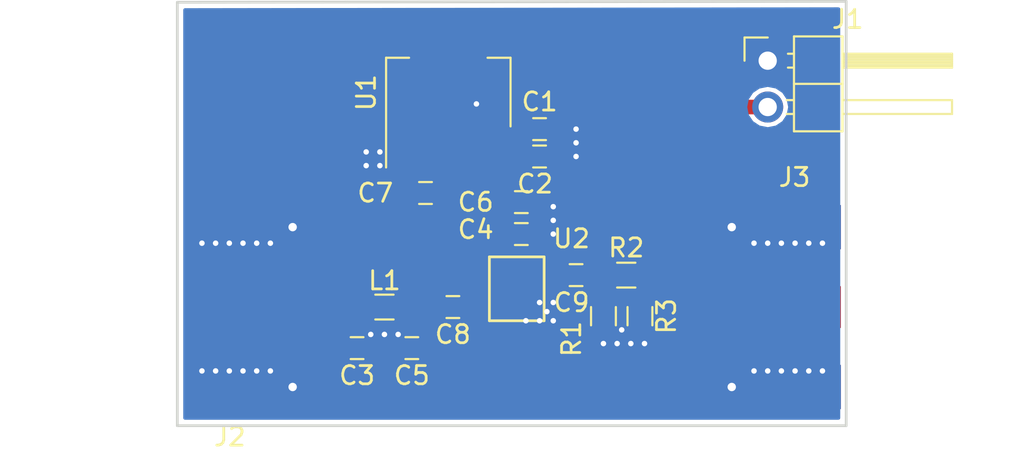
<source format=kicad_pcb>
(kicad_pcb (version 20170922) (host pcbnew "(2017-10-26 revision d2d123750)-master")

(general
  (thickness 1.6)
  (drawings 5)
  (tracks 158)
  (zones 0)
  (modules 19)
  (nets 10)
)

(page A4)
(layers
  (0 F.Cu signal)
  (31 B.Cu signal)
  (32 B.Adhes user)
  (33 F.Adhes user)
  (34 B.Paste user)
  (35 F.Paste user)
  (36 B.SilkS user)
  (37 F.SilkS user)
  (38 B.Mask user)
  (39 F.Mask user)
  (40 Dwgs.User user)
  (41 Cmts.User user)
  (42 Eco1.User user)
  (43 Eco2.User user)
  (44 Edge.Cuts user)
  (45 Margin user)
  (46 B.CrtYd user)
  (47 F.CrtYd user)
  (48 B.Fab user hide)
  (49 F.Fab user hide)
)


(setup
  (last_trace_width 0.8)
  (user_trace_width 0.4)
  (user_trace_width 0.8)
  (user_trace_width 3)
  (trace_clearance 0.2)
  (zone_clearance 0.25)
  (zone_45_only no)
  (trace_min 0.2)
  (segment_width 0.2)
  (edge_width 0.15)
  (via_size 0.8)
  (via_drill 0.4)
  (via_min_size 0.4)
  (via_min_drill 0.3)
  (user_via 0.5 0.3)
  (user_via 0.8 0.4)
  (uvia_size 0.3)
  (uvia_drill 0.1)
  (uvias_allowed no)
  (uvia_min_size 0.2)
  (uvia_min_drill 0.1)
  (pcb_text_width 0.3)
  (pcb_text_size 1.5 1.5)
  (mod_edge_width 0.15)
  (mod_text_size 1 1)
  (mod_text_width 0.15)
  (pad_size 1.524 1.524)
  (pad_drill 0.762)
  (pad_to_mask_clearance 0.2)
  (aux_axis_origin 0 0)
  (visible_elements FFFFFF7F)
  (pcbplotparams
    (layerselection 0x010fc_ffffffff)
    (usegerberextensions false)
    (usegerberattributes true)
    (usegerberadvancedattributes true)
    (creategerberjobfile true)
    (excludeedgelayer true)
    (linewidth 0.100000)
    (plotframeref false)
    (viasonmask false)
    (mode 1)
    (useauxorigin false)
    (hpglpennumber 1)
    (hpglpenspeed 20)
    (hpglpendiameter 15)
    (psnegative false)
    (psa4output false)
    (plotreference true)
    (plotvalue true)
    (plotinvisibletext false)
    (padsonsilk false)
    (subtractmaskfromsilk false)
    (outputformat 1)
    (mirror false)
    (drillshape 1)
    (scaleselection 1)
    (outputdirectory ""))
)

(net 0 "")
(net 1 GND)
(net 2 "Net-(C3-Pad1)")
(net 3 +3V3)
(net 4 "Net-(C5-Pad1)")
(net 5 "Net-(C8-Pad1)")
(net 6 "Net-(C9-Pad1)")
(net 7 "Net-(C9-Pad2)")
(net 8 "Net-(J3-Pad1)")
(net 9 /VIN)

(net_class Default "This is the default net class."
  (clearance 0.2)
  (trace_width 0.25)
  (via_dia 0.8)
  (via_drill 0.4)
  (uvia_dia 0.3)
  (uvia_drill 0.1)
)

(net_class POWER ""
  (clearance 0.2)
  (trace_width 0.4)
  (via_dia 0.8)
  (via_drill 0.4)
  (uvia_dia 0.3)
  (uvia_drill 0.1)
  (add_net +3V3)
  (add_net /VIN)
  (add_net GND)
)

(net_class RF ""
  (clearance 0.3)
  (trace_width 3)
  (via_dia 0.8)
  (via_drill 0.4)
  (uvia_dia 0.3)
  (uvia_drill 0.1)
  (add_net "Net-(C3-Pad1)")
  (add_net "Net-(C5-Pad1)")
  (add_net "Net-(C8-Pad1)")
  (add_net "Net-(C9-Pad1)")
  (add_net "Net-(C9-Pad2)")
  (add_net "Net-(J3-Pad1)")
)

  (module shimatta_artwork:shimatta_std (layer B.Cu) (tedit 0) (tstamp 5A12DC72)
    (at 29.75 20 180)
    (fp_text reference G*** (at 0 0 180) (layer B.SilkS) hide
      (effects (font (thickness 0.3)) (justify mirror))
    )
    (fp_text value LOGO (at 0.75 0 180) (layer B.SilkS) hide
      (effects (font (thickness 0.3)) (justify mirror))
    )
    (fp_poly (pts (xy 10.868794 0.34663) (xy 10.940082 0.344725) (xy 11.001581 0.340759) (xy 11.054456 0.334558)
      (xy 11.099874 0.325943) (xy 11.138999 0.314739) (xy 11.172997 0.300768) (xy 11.203034 0.283854)
      (xy 11.230276 0.263821) (xy 11.255887 0.240491) (xy 11.256462 0.239919) (xy 11.289334 0.201111)
      (xy 11.312259 0.15891) (xy 11.326574 0.110035) (xy 11.333618 0.05121) (xy 11.333643 0.0508)
      (xy 11.332569 -0.023291) (xy 11.320361 -0.089289) (xy 11.297275 -0.146655) (xy 11.263566 -0.19485)
      (xy 11.219491 -0.233333) (xy 11.190884 -0.250184) (xy 11.170271 -0.260221) (xy 11.150623 -0.268525)
      (xy 11.130272 -0.275304) (xy 11.107549 -0.280766) (xy 11.080783 -0.285117) (xy 11.048306 -0.288565)
      (xy 11.008448 -0.291317) (xy 10.959541 -0.29358) (xy 10.899914 -0.295563) (xy 10.827899 -0.297472)
      (xy 10.805885 -0.298007) (xy 10.501253 -0.308642) (xy 10.207708 -0.325718) (xy 9.923258 -0.349393)
      (xy 9.645907 -0.379823) (xy 9.470624 -0.402998) (xy 9.411807 -0.410902) (xy 9.364278 -0.416192)
      (xy 9.325062 -0.418954) (xy 9.291185 -0.41927) (xy 9.259672 -0.417223) (xy 9.227549 -0.412897)
      (xy 9.212169 -0.410241) (xy 9.144467 -0.392017) (xy 9.087321 -0.363849) (xy 9.040745 -0.325747)
      (xy 9.004755 -0.277724) (xy 8.992925 -0.254871) (xy 8.980849 -0.218141) (xy 8.973005 -0.172373)
      (xy 8.969757 -0.122517) (xy 8.971468 -0.073524) (xy 8.976926 -0.037019) (xy 8.997827 0.025291)
      (xy 9.0312 0.080963) (xy 9.075937 0.128488) (xy 9.122686 0.16171) (xy 9.147207 0.17458)
      (xy 9.175393 0.186432) (xy 9.208483 0.197521) (xy 9.247713 0.208107) (xy 9.294321 0.218445)
      (xy 9.349544 0.228794) (xy 9.414619 0.23941) (xy 9.490782 0.250551) (xy 9.579273 0.262474)
      (xy 9.652 0.271774) (xy 9.800914 0.289224) (xy 9.950405 0.304133) (xy 10.103324 0.316716)
      (xy 10.262527 0.327186) (xy 10.430867 0.335758) (xy 10.584543 0.341755) (xy 10.69219 0.344969)
      (xy 10.786552 0.346653) (xy 10.868794 0.34663)) (layer B.Mask) (width 0.01))
    (fp_poly (pts (xy 3.280686 0.880939) (xy 3.34556 0.879771) (xy 3.402872 0.877617) (xy 3.449973 0.87446)
      (xy 3.472543 0.872037) (xy 3.61367 0.849571) (xy 3.744701 0.82007) (xy 3.868701 0.782621)
      (xy 3.988736 0.73631) (xy 4.096467 0.686017) (xy 4.193868 0.632986) (xy 4.288297 0.574006)
      (xy 4.3772 0.510941) (xy 4.458022 0.445653) (xy 4.528209 0.380007) (xy 4.555365 0.351156)
      (xy 4.639992 0.246318) (xy 4.713364 0.13273) (xy 4.774921 0.011455) (xy 4.824102 -0.116443)
      (xy 4.850885 -0.209423) (xy 4.879181 -0.347701) (xy 4.896607 -0.490707) (xy 4.903125 -0.635529)
      (xy 4.898699 -0.779253) (xy 4.88329 -0.918966) (xy 4.861451 -1.032728) (xy 4.824346 -1.160933)
      (xy 4.77372 -1.287533) (xy 4.710565 -1.41087) (xy 4.635874 -1.529285) (xy 4.550639 -1.641117)
      (xy 4.455854 -1.744709) (xy 4.40832 -1.79005) (xy 4.299338 -1.882172) (xy 4.177612 -1.971762)
      (xy 4.04482 -2.057926) (xy 3.902638 -2.139772) (xy 3.752745 -2.216408) (xy 3.596818 -2.286942)
      (xy 3.436534 -2.350482) (xy 3.27357 -2.406135) (xy 3.218543 -2.422898) (xy 3.139899 -2.444368)
      (xy 3.049468 -2.466013) (xy 2.949959 -2.487315) (xy 2.844082 -2.507761) (xy 2.734547 -2.526832)
      (xy 2.624065 -2.544015) (xy 2.515345 -2.558792) (xy 2.485571 -2.56243) (xy 2.428012 -2.568359)
      (xy 2.365313 -2.573218) (xy 2.299907 -2.576957) (xy 2.234229 -2.579525) (xy 2.17071 -2.580872)
      (xy 2.111786 -2.580947) (xy 2.05989 -2.579698) (xy 2.017454 -2.577077) (xy 1.986913 -2.573032)
      (xy 1.985844 -2.572813) (xy 1.91558 -2.552339) (xy 1.8565 -2.522842) (xy 1.808841 -2.484627)
      (xy 1.772841 -2.437998) (xy 1.748736 -2.38326) (xy 1.736764 -2.320717) (xy 1.736929 -2.253327)
      (xy 1.748307 -2.186275) (xy 1.77048 -2.128668) (xy 1.803758 -2.079916) (xy 1.848452 -2.039427)
      (xy 1.849677 -2.038544) (xy 1.877767 -2.020506) (xy 1.908228 -2.005555) (xy 1.943115 -1.993169)
      (xy 1.984481 -1.982826) (xy 2.034379 -1.974007) (xy 2.094863 -1.966188) (xy 2.161084 -1.959481)
      (xy 2.311846 -1.944454) (xy 2.450169 -1.928139) (xy 2.578102 -1.910074) (xy 2.697697 -1.889796)
      (xy 2.811005 -1.866842) (xy 2.920076 -1.84075) (xy 3.026962 -1.811058) (xy 3.133714 -1.777303)
      (xy 3.242382 -1.739022) (xy 3.355017 -1.695754) (xy 3.386254 -1.683205) (xy 3.439042 -1.660814)
      (xy 3.498085 -1.634078) (xy 3.560068 -1.604637) (xy 3.621674 -1.574131) (xy 3.679588 -1.5442)
      (xy 3.730494 -1.516484) (xy 3.76929 -1.493734) (xy 3.863531 -1.428613) (xy 3.952139 -1.353949)
      (xy 4.033116 -1.271853) (xy 4.104465 -1.184435) (xy 4.16419 -1.093803) (xy 4.186568 -1.052873)
      (xy 4.225348 -0.967344) (xy 4.253373 -0.882119) (xy 4.271449 -0.793702) (xy 4.280379 -0.698597)
      (xy 4.281685 -0.639641) (xy 4.277001 -0.527464) (xy 4.262763 -0.425302) (xy 4.238591 -0.331924)
      (xy 4.204105 -0.2461) (xy 4.158926 -0.166599) (xy 4.119 -0.11188) (xy 4.060291 -0.048463)
      (xy 3.988142 0.012032) (xy 3.902275 0.06981) (xy 3.802411 0.125073) (xy 3.778387 0.136985)
      (xy 3.681686 0.179417) (xy 3.583439 0.212975) (xy 3.48168 0.237992) (xy 3.374444 0.254803)
      (xy 3.259766 0.263742) (xy 3.13568 0.265143) (xy 3.043531 0.261888) (xy 2.888029 0.251649)
      (xy 2.734088 0.236994) (xy 2.580213 0.217612) (xy 2.424912 0.193189) (xy 2.26669 0.163413)
      (xy 2.104054 0.127969) (xy 1.93551 0.086547) (xy 1.759564 0.038832) (xy 1.574722 -0.015488)
      (xy 1.379491 -0.076726) (xy 1.29428 -0.104504) (xy 1.212487 -0.131377) (xy 1.14306 -0.153997)
      (xy 1.08461 -0.172751) (xy 1.035751 -0.188021) (xy 0.995094 -0.200194) (xy 0.961252 -0.209655)
      (xy 0.932836 -0.216787) (xy 0.908459 -0.221977) (xy 0.886733 -0.225608) (xy 0.86627 -0.228067)
      (xy 0.845683 -0.229737) (xy 0.841828 -0.229985) (xy 0.770694 -0.22918) (xy 0.705988 -0.217912)
      (xy 0.648912 -0.196762) (xy 0.60067 -0.166307) (xy 0.562463 -0.127129) (xy 0.536857 -0.083059)
      (xy 0.516575 -0.01964) (xy 0.509485 0.04353) (xy 0.515258 0.10471) (xy 0.533566 0.162158)
      (xy 0.564078 0.214131) (xy 0.6005 0.25372) (xy 0.627556 0.275729) (xy 0.658526 0.29656)
      (xy 0.694993 0.316941) (xy 0.738543 0.337601) (xy 0.790758 0.359268) (xy 0.853223 0.382671)
      (xy 0.927522 0.40854) (xy 0.962785 0.420363) (xy 1.235996 0.508259) (xy 1.498548 0.586824)
      (xy 1.750821 0.656148) (xy 1.993199 0.71632) (xy 2.226063 0.767428) (xy 2.449796 0.809563)
      (xy 2.664779 0.842814) (xy 2.871395 0.86727) (xy 2.881085 0.868221) (xy 2.935666 0.872605)
      (xy 2.998589 0.876105) (xy 3.067203 0.878706) (xy 3.138857 0.88039) (xy 3.210902 0.88114)
      (xy 3.280686 0.880939)) (layer B.Mask) (width 0.01))
    (fp_poly (pts (xy 9.003608 -1.085203) (xy 9.056887 -1.097351) (xy 9.102289 -1.118483) (xy 9.136442 -1.144109)
      (xy 9.162501 -1.170161) (xy 9.183639 -1.197962) (xy 9.200436 -1.229422) (xy 9.213471 -1.266452)
      (xy 9.223323 -1.310961) (xy 9.230572 -1.364858) (xy 9.235796 -1.430055) (xy 9.238428 -1.480457)
      (xy 9.242463 -1.556719) (xy 9.247451 -1.620598) (xy 9.253768 -1.674212) (xy 9.261789 -1.719683)
      (xy 9.27189 -1.759128) (xy 9.284448 -1.794667) (xy 9.299837 -1.828421) (xy 9.300281 -1.8293)
      (xy 9.32368 -1.861058) (xy 9.36009 -1.889396) (xy 9.409773 -1.914428) (xy 9.472988 -1.936271)
      (xy 9.549997 -1.955039) (xy 9.608457 -1.96579) (xy 9.659854 -1.973801) (xy 9.709141 -1.980441)
      (xy 9.758607 -1.98587) (xy 9.810543 -1.990245) (xy 9.86724 -1.993727) (xy 9.930987 -1.996474)
      (xy 10.004074 -1.998645) (xy 10.088793 -2.000399) (xy 10.112828 -2.000803) (xy 10.344931 -2.000686)
      (xy 10.574631 -1.992926) (xy 10.799511 -1.977698) (xy 11.017155 -1.955179) (xy 11.225147 -1.925543)
      (xy 11.283945 -1.915532) (xy 11.323332 -1.909019) (xy 11.353394 -1.905485) (xy 11.37896 -1.904703)
      (xy 11.404859 -1.906445) (xy 11.424674 -1.908893) (xy 11.494816 -1.923371) (xy 11.553352 -1.946196)
      (xy 11.600789 -1.977718) (xy 11.637635 -2.018289) (xy 11.664396 -2.068258) (xy 11.667708 -2.076961)
      (xy 11.674691 -2.105256) (xy 11.679662 -2.14325) (xy 11.682423 -2.186242) (xy 11.682775 -2.229529)
      (xy 11.680518 -2.26841) (xy 11.676827 -2.29262) (xy 11.655383 -2.357769) (xy 11.621693 -2.415438)
      (xy 11.576172 -2.465251) (xy 11.51923 -2.506833) (xy 11.451281 -2.539807) (xy 11.381702 -2.561655)
      (xy 11.342402 -2.569881) (xy 11.29029 -2.578484) (xy 11.227059 -2.587284) (xy 11.154403 -2.596097)
      (xy 11.074012 -2.604743) (xy 10.987579 -2.61304) (xy 10.896797 -2.620806) (xy 10.803359 -2.62786)
      (xy 10.708955 -2.634021) (xy 10.705281 -2.63424) (xy 10.652261 -2.63689) (xy 10.589033 -2.639219)
      (xy 10.517978 -2.641203) (xy 10.441476 -2.642822) (xy 10.36191 -2.644053) (xy 10.281658 -2.644874)
      (xy 10.203102 -2.645263) (xy 10.128622 -2.645198) (xy 10.0606 -2.644658) (xy 10.001415 -2.643619)
      (xy 9.953449 -2.64206) (xy 9.938657 -2.641327) (xy 9.768481 -2.628296) (xy 9.611394 -2.609042)
      (xy 9.467369 -2.583557) (xy 9.336381 -2.551835) (xy 9.218402 -2.51387) (xy 9.113406 -2.469654)
      (xy 9.021367 -2.419181) (xy 8.998233 -2.404142) (xy 8.936306 -2.355572) (xy 8.876387 -2.295797)
      (xy 8.821128 -2.228111) (xy 8.77318 -2.155807) (xy 8.735198 -2.08218) (xy 8.730868 -2.072055)
      (xy 8.707215 -2.00826) (xy 8.685371 -1.936098) (xy 8.66712 -1.861716) (xy 8.660844 -1.8307)
      (xy 8.655793 -1.795362) (xy 8.651582 -1.749235) (xy 8.648253 -1.695121) (xy 8.645849 -1.635825)
      (xy 8.644412 -1.574151) (xy 8.643985 -1.512901) (xy 8.64461 -1.45488) (xy 8.646328 -1.402892)
      (xy 8.649184 -1.359739) (xy 8.653218 -1.328227) (xy 8.65325 -1.328057) (xy 8.671645 -1.258488)
      (xy 8.698511 -1.200675) (xy 8.734046 -1.154447) (xy 8.778447 -1.119634) (xy 8.831912 -1.096067)
      (xy 8.894638 -1.083576) (xy 8.940188 -1.081315) (xy 9.003608 -1.085203)) (layer B.Mask) (width 0.01))
    (fp_poly (pts (xy -11.3068 2.522042) (xy -11.243523 2.508415) (xy -11.18998 2.484867) (xy -11.145174 2.450712)
      (xy -11.108109 2.405266) (xy -11.077788 2.347845) (xy -11.062557 2.307771) (xy -11.061106 2.303062)
      (xy -11.05976 2.297493) (xy -11.058513 2.290514) (xy -11.057361 2.281571) (xy -11.056298 2.270114)
      (xy -11.055319 2.255589) (xy -11.054417 2.237446) (xy -11.053589 2.215132) (xy -11.052827 2.188096)
      (xy -11.052128 2.155784) (xy -11.051485 2.117645) (xy -11.050893 2.073128) (xy -11.050346 2.02168)
      (xy -11.04984 1.962749) (xy -11.049369 1.895784) (xy -11.048927 1.820232) (xy -11.048509 1.735541)
      (xy -11.04811 1.64116) (xy -11.047724 1.536535) (xy -11.047346 1.421117) (xy -11.04697 1.294351)
      (xy -11.046591 1.155687) (xy -11.046203 1.004573) (xy -11.045802 0.840455) (xy -11.045381 0.662784)
      (xy -11.045055 0.522514) (xy -11.044621 0.331929) (xy -11.044228 0.155283) (xy -11.043859 -0.008)
      (xy -11.043503 -0.158496) (xy -11.043145 -0.296779) (xy -11.042771 -0.423427) (xy -11.042368 -0.539013)
      (xy -11.041921 -0.644114) (xy -11.041417 -0.739305) (xy -11.040843 -0.825162) (xy -11.040184 -0.90226)
      (xy -11.039426 -0.971175) (xy -11.038556 -1.032482) (xy -11.037561 -1.086757) (xy -11.036425 -1.134576)
      (xy -11.035136 -1.176514) (xy -11.033679 -1.213146) (xy -11.032041 -1.245049) (xy -11.030209 -1.272797)
      (xy -11.028167 -1.296966) (xy -11.025903 -1.318133) (xy -11.023403 -1.336871) (xy -11.020653 -1.353757)
      (xy -11.017638 -1.369367) (xy -11.014346 -1.384276) (xy -11.010763 -1.399059) (xy -11.006874 -1.414293)
      (xy -11.002666 -1.430552) (xy -10.998125 -1.448412) (xy -10.997798 -1.449724) (xy -10.964594 -1.558686)
      (xy -10.922022 -1.656604) (xy -10.87005 -1.743504) (xy -10.808644 -1.819409) (xy -10.737771 -1.884342)
      (xy -10.6574 -1.938328) (xy -10.567497 -1.98139) (xy -10.468029 -2.013553) (xy -10.358964 -2.03484)
      (xy -10.24027 -2.045275) (xy -10.18084 -2.046437) (xy -10.02365 -2.040231) (xy -9.8725 -2.021965)
      (xy -9.72797 -1.991807) (xy -9.590642 -1.949924) (xy -9.461096 -1.896487) (xy -9.339913 -1.831662)
      (xy -9.260323 -1.779565) (xy -9.187902 -1.722827) (xy -9.111738 -1.652849) (xy -9.032329 -1.570273)
      (xy -8.950172 -1.475739) (xy -8.865765 -1.369888) (xy -8.779606 -1.253362) (xy -8.692193 -1.126801)
      (xy -8.604024 -0.990846) (xy -8.515598 -0.846139) (xy -8.456603 -0.744866) (xy -8.420295 -0.681984)
      (xy -8.389599 -0.630434) (xy -8.363414 -0.588677) (xy -8.340642 -0.555175) (xy -8.320185 -0.52839)
      (xy -8.300944 -0.506783) (xy -8.28182 -0.488815) (xy -8.263208 -0.474045) (xy -8.214168 -0.444068)
      (xy -8.164588 -0.42726) (xy -8.110878 -0.422597) (xy -8.087241 -0.423921) (xy -8.016328 -0.43535)
      (xy -7.956351 -0.456006) (xy -7.906749 -0.48626) (xy -7.866959 -0.526481) (xy -7.836418 -0.57704)
      (xy -7.82912 -0.593917) (xy -7.822484 -0.612165) (xy -7.817901 -0.630107) (xy -7.815007 -0.650993)
      (xy -7.813441 -0.678075) (xy -7.812837 -0.714605) (xy -7.812785 -0.740229) (xy -7.813068 -0.783475)
      (xy -7.814142 -0.815935) (xy -7.816453 -0.841334) (xy -7.820449 -0.863396) (xy -7.826575 -0.885845)
      (xy -7.832408 -0.903897) (xy -7.851583 -0.954021) (xy -7.878322 -1.012108) (xy -7.912937 -1.078718)
      (xy -7.95574 -1.154407) (xy -8.007042 -1.239733) (xy -8.067153 -1.335253) (xy -8.111874 -1.404257)
      (xy -8.184605 -1.512428) (xy -8.259972 -1.618994) (xy -8.336751 -1.722437) (xy -8.413714 -1.821243)
      (xy -8.489636 -1.913893) (xy -8.563289 -1.998871) (xy -8.633448 -2.07466) (xy -8.698886 -2.139743)
      (xy -8.728507 -2.166955) (xy -8.860206 -2.275387) (xy -8.997401 -2.370806) (xy -9.140585 -2.453429)
      (xy -9.290251 -2.523473) (xy -9.446893 -2.581154) (xy -9.611006 -2.626689) (xy -9.783083 -2.660295)
      (xy -9.884229 -2.674116) (xy -9.919679 -2.67748) (xy -9.965044 -2.680623) (xy -10.01747 -2.683457)
      (xy -10.074102 -2.685893) (xy -10.132084 -2.687841) (xy -10.188562 -2.689214) (xy -10.240682 -2.689922)
      (xy -10.285588 -2.689876) (xy -10.320426 -2.688988) (xy -10.334172 -2.688116) (xy -10.416848 -2.680487)
      (xy -10.487731 -2.672889) (xy -10.549531 -2.664887) (xy -10.604963 -2.656048) (xy -10.656738 -2.645936)
      (xy -10.70757 -2.634117) (xy -10.76017 -2.620157) (xy -10.762343 -2.61955) (xy -10.895114 -2.575667)
      (xy -11.018016 -2.521153) (xy -11.131009 -2.456059) (xy -11.234049 -2.380436) (xy -11.327095 -2.294335)
      (xy -11.410105 -2.197808) (xy -11.483037 -2.090905) (xy -11.545849 -1.973679) (xy -11.598497 -1.84618)
      (xy -11.640942 -1.708459) (xy -11.673139 -1.560568) (xy -11.683136 -1.4986) (xy -11.686392 -1.47592)
      (xy -11.68941 -1.453712) (xy -11.692198 -1.431387) (xy -11.694765 -1.408356) (xy -11.697119 -1.384029)
      (xy -11.699267 -1.357817) (xy -11.701218 -1.32913) (xy -11.702981 -1.29738) (xy -11.704563 -1.261978)
      (xy -11.705972 -1.222333) (xy -11.707217 -1.177857) (xy -11.708306 -1.12796) (xy -11.709247 -1.072053)
      (xy -11.710049 -1.009548) (xy -11.710719 -0.939853) (xy -11.711265 -0.862381) (xy -11.711696 -0.776542)
      (xy -11.71202 -0.681747) (xy -11.712245 -0.577406) (xy -11.71238 -0.46293) (xy -11.712432 -0.337731)
      (xy -11.712409 -0.201217) (xy -11.71232 -0.052801) (xy -11.712174 0.108106) (xy -11.711977 0.282095)
      (xy -11.711739 0.469755) (xy -11.711625 0.555171) (xy -11.711372 0.740789) (xy -11.711126 0.912453)
      (xy -11.710882 1.070721) (xy -11.710637 1.216155) (xy -11.710384 1.349313) (xy -11.71012 1.470756)
      (xy -11.709839 1.581042) (xy -11.709536 1.680732) (xy -11.709207 1.770386) (xy -11.708846 1.850563)
      (xy -11.708449 1.921822) (xy -11.708011 1.984725) (xy -11.707527 2.039829) (xy -11.706992 2.087696)
      (xy -11.706401 2.128884) (xy -11.70575 2.163954) (xy -11.705033 2.193465) (xy -11.704245 2.217977)
      (xy -11.703382 2.238049) (xy -11.70244 2.254242) (xy -11.701412 2.267115) (xy -11.700294 2.277228)
      (xy -11.699081 2.28514) (xy -11.697768 2.291411) (xy -11.696452 2.296269) (xy -11.671006 2.363617)
      (xy -11.638473 2.4186) (xy -11.598168 2.461718) (xy -11.549406 2.493472) (xy -11.491502 2.514359)
      (xy -11.42377 2.524881) (xy -11.380808 2.526432) (xy -11.3068 2.522042)) (layer B.Mask) (width 0.01))
    (fp_poly (pts (xy -3.559915 2.67363) (xy -3.527662 2.672116) (xy -3.502924 2.669038) (xy -3.482216 2.664033)
      (xy -3.470809 2.660152) (xy -3.415622 2.632162) (xy -3.368679 2.592564) (xy -3.330749 2.542186)
      (xy -3.302598 2.481862) (xy -3.300523 2.475831) (xy -3.296805 2.464283) (xy -3.293693 2.452885)
      (xy -3.291121 2.440254) (xy -3.289024 2.425013) (xy -3.287338 2.405779) (xy -3.285999 2.381174)
      (xy -3.284941 2.349817) (xy -3.2841 2.310328) (xy -3.283411 2.261328) (xy -3.28281 2.201435)
      (xy -3.282231 2.129271) (xy -3.281853 2.077347) (xy -3.279345 1.727181) (xy -3.230801 1.730904)
      (xy -3.206695 1.732626) (xy -3.171856 1.73495) (xy -3.130042 1.737632) (xy -3.08501 1.740429)
      (xy -3.058886 1.74201) (xy -2.881272 1.753814) (xy -2.698095 1.768205) (xy -2.51397 1.784758)
      (xy -2.333515 1.803049) (xy -2.161343 1.822655) (xy -2.104572 1.829664) (xy -2.021747 1.839307)
      (xy -1.951374 1.845543) (xy -1.891768 1.848244) (xy -1.841242 1.847281) (xy -1.798109 1.842527)
      (xy -1.760683 1.833853) (xy -1.727278 1.821131) (xy -1.696207 1.804233) (xy -1.686432 1.797889)
      (xy -1.641947 1.759253) (xy -1.606472 1.709427) (xy -1.588388 1.671191) (xy -1.581081 1.650724)
      (xy -1.576239 1.630607) (xy -1.573383 1.607046) (xy -1.57204 1.576247) (xy -1.571728 1.538514)
      (xy -1.57211 1.497732) (xy -1.573571 1.467667) (xy -1.576585 1.444532) (xy -1.581625 1.424542)
      (xy -1.588291 1.406095) (xy -1.615883 1.355694) (xy -1.655557 1.310913) (xy -1.705527 1.273093)
      (xy -1.764007 1.243573) (xy -1.82921 1.223693) (xy -1.832429 1.223015) (xy -1.864504 1.217398)
      (xy -1.909498 1.211019) (xy -1.965841 1.204024) (xy -2.031966 1.196563) (xy -2.106305 1.188782)
      (xy -2.18729 1.18083) (xy -2.273354 1.172855) (xy -2.362928 1.165006) (xy -2.454444 1.157429)
      (xy -2.546334 1.150273) (xy -2.637031 1.143686) (xy -2.724967 1.137817) (xy -2.754086 1.136003)
      (xy -2.805671 1.132938) (xy -2.862498 1.129709) (xy -2.922492 1.126419) (xy -2.983576 1.123173)
      (xy -3.043674 1.120076) (xy -3.100712 1.117232) (xy -3.152612 1.114745) (xy -3.197299 1.11272)
      (xy -3.232697 1.111261) (xy -3.256731 1.110473) (xy -3.2639 1.110363) (xy -3.280229 1.110343)
      (xy -3.280229 0.769257) (xy -3.280175 0.688687) (xy -3.27999 0.621489) (xy -3.279639 0.56652)
      (xy -3.279089 0.522638) (xy -3.278305 0.488701) (xy -3.277253 0.463565) (xy -3.275899 0.446089)
      (xy -3.274209 0.43513) (xy -3.272147 0.429546) (xy -3.270003 0.428171) (xy -3.260204 0.42859)
      (xy -3.237987 0.429769) (xy -3.205423 0.43159) (xy -3.164581 0.433937) (xy -3.117531 0.436692)
      (xy -3.075874 0.439167) (xy -2.91119 0.449647) (xy -2.75783 0.460774) (xy -2.612609 0.472824)
      (xy -2.472343 0.486074) (xy -2.333846 0.500802) (xy -2.235766 0.512196) (xy -2.181142 0.518565)
      (xy -2.138322 0.523027) (xy -2.104742 0.525717) (xy -2.077835 0.526771) (xy -2.055037 0.526323)
      (xy -2.033782 0.524511) (xy -2.024568 0.523357) (xy -1.954687 0.50857) (xy -1.89596 0.484509)
      (xy -1.848361 0.451155) (xy -1.811863 0.40849) (xy -1.786439 0.356496) (xy -1.786127 0.3556)
      (xy -1.776294 0.3163) (xy -1.770272 0.269192) (xy -1.768611 0.220613) (xy -1.771072 0.182639)
      (xy -1.785529 0.115018) (xy -1.810946 0.056607) (xy -1.847648 0.007024) (xy -1.89596 -0.034112)
      (xy -1.956206 -0.067181) (xy -1.997385 -0.083031) (xy -2.03577 -0.093538) (xy -2.087717 -0.103993)
      (xy -2.15227 -0.114306) (xy -2.228475 -0.124387) (xy -2.31538 -0.134146) (xy -2.412031 -0.143492)
      (xy -2.517472 -0.152336) (xy -2.630752 -0.160586) (xy -2.750915 -0.168154) (xy -2.877009 -0.174948)
      (xy -3.008079 -0.180878) (xy -3.049815 -0.182537) (xy -3.280229 -0.191392) (xy -3.280229 -1.019968)
      (xy -3.1623 -1.058654) (xy -2.896971 -1.151679) (xy -2.642724 -1.253146) (xy -2.398485 -1.363567)
      (xy -2.163179 -1.483453) (xy -1.935733 -1.613316) (xy -1.74672 -1.732625) (xy -1.675532 -1.78152)
      (xy -1.61688 -1.826507) (xy -1.569805 -1.869017) (xy -1.533349 -1.910482) (xy -1.506551 -1.952334)
      (xy -1.488453 -1.996006) (xy -1.478096 -2.042929) (xy -1.474519 -2.094536) (xy -1.475713 -2.137229)
      (xy -1.485108 -2.216781) (xy -1.503114 -2.284794) (xy -1.529974 -2.341584) (xy -1.565931 -2.38747)
      (xy -1.611224 -2.422768) (xy -1.666097 -2.447797) (xy -1.722612 -2.461599) (xy -1.767667 -2.465908)
      (xy -1.811485 -2.463025) (xy -1.855876 -2.452239) (xy -1.902648 -2.432838) (xy -1.953611 -2.40411)
      (xy -2.010576 -2.365344) (xy -2.0574 -2.329978) (xy -2.172886 -2.243766) (xy -2.294279 -2.160954)
      (xy -2.423544 -2.080335) (xy -2.562646 -2.0007) (xy -2.713551 -1.92084) (xy -2.764972 -1.894881)
      (xy -2.810098 -1.872708) (xy -2.860364 -1.84863) (xy -2.914075 -1.823404) (xy -2.969534 -1.797785)
      (xy -3.025046 -1.772527) (xy -3.078914 -1.748388) (xy -3.129442 -1.726121) (xy -3.174935 -1.706483)
      (xy -3.213695 -1.690228) (xy -3.244028 -1.678113) (xy -3.264237 -1.670892) (xy -3.271789 -1.669143)
      (xy -3.277094 -1.675632) (xy -3.282129 -1.692144) (xy -3.284168 -1.703615) (xy -3.294339 -1.763773)
      (xy -3.308613 -1.831207) (xy -3.325527 -1.899787) (xy -3.343618 -1.963384) (xy -3.353474 -1.993829)
      (xy -3.393626 -2.098555) (xy -3.438784 -2.191529) (xy -3.490287 -2.27504) (xy -3.549478 -2.351381)
      (xy -3.586361 -2.39173) (xy -3.66786 -2.466866) (xy -3.75742 -2.531631) (xy -3.85566 -2.586301)
      (xy -3.963199 -2.63115) (xy -4.080659 -2.666455) (xy -4.208658 -2.692491) (xy -4.287159 -2.703359)
      (xy -4.322088 -2.706446) (xy -4.367802 -2.70902) (xy -4.421042 -2.711035) (xy -4.478547 -2.712444)
      (xy -4.537059 -2.7132) (xy -4.593318 -2.713256) (xy -4.644063 -2.712566) (xy -4.686036 -2.711084)
      (xy -4.709886 -2.709415) (xy -4.832478 -2.695041) (xy -4.94283 -2.676199) (xy -5.042737 -2.652131)
      (xy -5.13399 -2.622082) (xy -5.218383 -2.585294) (xy -5.297707 -2.541011) (xy -5.373757 -2.488476)
      (xy -5.448324 -2.426932) (xy -5.504906 -2.373866) (xy -5.585225 -2.28743) (xy -5.651451 -2.199713)
      (xy -5.703995 -2.109988) (xy -5.743267 -2.017532) (xy -5.769677 -1.921619) (xy -5.774005 -1.898829)
      (xy -5.781392 -1.834399) (xy -5.782175 -1.803772) (xy -5.140803 -1.803772) (xy -5.138033 -1.828971)
      (xy -5.124036 -1.890771) (xy -5.100265 -1.944453) (xy -5.065909 -1.990845) (xy -5.02016 -2.030778)
      (xy -4.962208 -2.065079) (xy -4.891243 -2.094578) (xy -4.872409 -2.100963) (xy -4.795484 -2.121382)
      (xy -4.709629 -2.136088) (xy -4.619404 -2.144725) (xy -4.529369 -2.146935) (xy -4.444083 -2.142363)
      (xy -4.405086 -2.137489) (xy -4.343632 -2.126448) (xy -4.292113 -2.113206) (xy -4.245978 -2.096427)
      (xy -4.212772 -2.081019) (xy -4.144558 -2.04145) (xy -4.088403 -1.996719) (xy -4.042596 -1.944809)
      (xy -4.005426 -1.883699) (xy -3.975182 -1.811371) (xy -3.96925 -1.793633) (xy -3.95622 -1.746457)
      (xy -3.944526 -1.691807) (xy -3.935034 -1.634911) (xy -3.92861 -1.580992) (xy -3.92612 -1.535278)
      (xy -3.926115 -1.533359) (xy -3.926115 -1.490152) (xy -3.993243 -1.474846) (xy -4.096392 -1.45336)
      (xy -4.193818 -1.437641) (xy -4.290534 -1.427138) (xy -4.391552 -1.421298) (xy -4.4958 -1.419569)
      (xy -4.569053 -1.42023) (xy -4.630891 -1.422535) (xy -4.68436 -1.426878) (xy -4.732508 -1.433658)
      (xy -4.77838 -1.44327) (xy -4.825021 -1.456111) (xy -4.858294 -1.466743) (xy -4.921049 -1.490174)
      (xy -4.972593 -1.515375) (xy -5.016231 -1.544217) (xy -5.054956 -1.578266) (xy -5.096885 -1.628405)
      (xy -5.124933 -1.681989) (xy -5.139454 -1.740087) (xy -5.140803 -1.803772) (xy -5.782175 -1.803772)
      (xy -5.783244 -1.762023) (xy -5.779791 -1.687074) (xy -5.771262 -1.614926) (xy -5.759391 -1.556657)
      (xy -5.726832 -1.458773) (xy -5.681134 -1.366791) (xy -5.622532 -1.280973) (xy -5.551262 -1.201581)
      (xy -5.467558 -1.128877) (xy -5.371656 -1.063125) (xy -5.265057 -1.005197) (xy -5.158318 -0.958962)
      (xy -5.046432 -0.921266) (xy -4.927358 -0.891587) (xy -4.799055 -0.869402) (xy -4.684486 -0.856339)
      (xy -4.630117 -0.852677) (xy -4.564008 -0.850294) (xy -4.488872 -0.849147) (xy -4.407424 -0.849191)
      (xy -4.322376 -0.85038) (xy -4.236442 -0.852671) (xy -4.152336 -0.856018) (xy -4.072771 -0.860378)
      (xy -4.000461 -0.865705) (xy -3.9751 -0.868007) (xy -3.926115 -0.872733) (xy -3.926115 -0.188686)
      (xy -4.642757 -0.18856) (xy -4.765443 -0.188533) (xy -4.87451 -0.18847) (xy -4.970855 -0.188329)
      (xy -5.055376 -0.188068) (xy -5.128967 -0.187645) (xy -5.192526 -0.187018) (xy -5.246949 -0.186144)
      (xy -5.293132 -0.184982) (xy -5.331971 -0.18349) (xy -5.364363 -0.181626) (xy -5.391205 -0.179348)
      (xy -5.413392 -0.176613) (xy -5.43182 -0.17338) (xy -5.447387 -0.169606) (xy -5.460989 -0.16525)
      (xy -5.473522 -0.16027) (xy -5.485881 -0.154623) (xy -5.49863 -0.148432) (xy -5.54487 -0.118004)
      (xy -5.582108 -0.077013) (xy -5.609816 -0.026678) (xy -5.627465 0.031782) (xy -5.63453 0.097147)
      (xy -5.631623 0.158957) (xy -5.618556 0.22696) (xy -5.595939 0.284245) (xy -5.563495 0.33126)
      (xy -5.520949 0.368452) (xy -5.491784 0.385574) (xy -5.478418 0.392302) (xy -5.465929 0.398277)
      (xy -5.453415 0.403544) (xy -5.439977 0.408147) (xy -5.424712 0.412131) (xy -5.40672 0.415541)
      (xy -5.385102 0.418423) (xy -5.358955 0.42082) (xy -5.327379 0.422779) (xy -5.289474 0.424343)
      (xy -5.244338 0.425557) (xy -5.191072 0.426467) (xy -5.128774 0.427118) (xy -5.056543 0.427553)
      (xy -4.973478 0.427818) (xy -4.87868 0.427959) (xy -4.771247 0.428019) (xy -4.650279 0.428043)
      (xy -4.639129 0.428045) (xy -3.926115 0.428171) (xy -3.926115 1.088571) (xy -4.7625 1.088678)
      (xy -4.894095 1.088694) (xy -5.011998 1.088727) (xy -5.11703 1.088811) (xy -5.210013 1.088979)
      (xy -5.291769 1.089265) (xy -5.36312 1.089703) (xy -5.424888 1.090325) (xy -5.477895 1.091165)
      (xy -5.522961 1.092256) (xy -5.56091 1.093632) (xy -5.592563 1.095327) (xy -5.618742 1.097373)
      (xy -5.640268 1.099804) (xy -5.657964 1.102654) (xy -5.672651 1.105955) (xy -5.685152 1.109742)
      (xy -5.696287 1.114048) (xy -5.706879 1.118905) (xy -5.71775 1.124348) (xy -5.724502 1.127784)
      (xy -5.759879 1.151378) (xy -5.794078 1.183977) (xy -5.822345 1.220577) (xy -5.835533 1.244695)
      (xy -5.848041 1.283763) (xy -5.856096 1.331864) (xy -5.859157 1.384055) (xy -5.856685 1.435392)
      (xy -5.856522 1.436849) (xy -5.843444 1.504117) (xy -5.82044 1.560994) (xy -5.786987 1.608145)
      (xy -5.742561 1.646238) (xy -5.686637 1.675938) (xy -5.66088 1.685635) (xy -5.6134 1.70178)
      (xy -3.927516 1.705888) (xy -3.924334 2.052187) (xy -3.923566 2.132617) (xy -3.922823 2.199962)
      (xy -3.922039 2.255651) (xy -3.921148 2.301111) (xy -3.920082 2.337771) (xy -3.918776 2.36706)
      (xy -3.917161 2.390406) (xy -3.915172 2.409238) (xy -3.912742 2.424984) (xy -3.909804 2.439074)
      (xy -3.906291 2.452935) (xy -3.905483 2.455917) (xy -3.888954 2.506679) (xy -3.86894 2.547286)
      (xy -3.842922 2.58207) (xy -3.817093 2.607712) (xy -3.785765 2.632985) (xy -3.754427 2.651212)
      (xy -3.719849 2.663393) (xy -3.678804 2.670527) (xy -3.628065 2.673614) (xy -3.603172 2.673943)
      (xy -3.559915 2.67363)) (layer B.Mask) (width 0.01))
    (fp_poly (pts (xy 8.528085 2.643213) (xy 8.595358 2.627701) (xy 8.652184 2.602162) (xy 8.698839 2.566349)
      (xy 8.7356 2.520016) (xy 8.762743 2.462918) (xy 8.774406 2.423885) (xy 8.78068 2.387663)
      (xy 8.783754 2.342658) (xy 8.783569 2.28818) (xy 8.780066 2.22354) (xy 8.773187 2.148047)
      (xy 8.762873 2.061012) (xy 8.749065 1.961746) (xy 8.731704 1.849558) (xy 8.718833 1.771437)
      (xy 8.710433 1.720524) (xy 8.703131 1.674418) (xy 8.697201 1.635017) (xy 8.692921 1.604219)
      (xy 8.690566 1.583922) (xy 8.690412 1.576025) (xy 8.690414 1.576024) (xy 8.699245 1.574861)
      (xy 8.721309 1.574926) (xy 8.755386 1.57613) (xy 8.800255 1.578382) (xy 8.854695 1.581591)
      (xy 8.917484 1.585666) (xy 8.987403 1.590518) (xy 9.06323 1.596056) (xy 9.143744 1.602188)
      (xy 9.227725 1.608826) (xy 9.313952 1.615878) (xy 9.401204 1.623254) (xy 9.48826 1.630863)
      (xy 9.573899 1.638615) (xy 9.6569 1.646419) (xy 9.710057 1.651595) (xy 9.796138 1.659449)
      (xy 9.869585 1.664624) (xy 9.932031 1.667104) (xy 9.985109 1.666875) (xy 10.030452 1.663922)
      (xy 10.069695 1.658231) (xy 10.104469 1.649786) (xy 10.110345 1.647983) (xy 10.171065 1.622232)
      (xy 10.221086 1.586718) (xy 10.260636 1.541235) (xy 10.289945 1.48557) (xy 10.29115 1.482506)
      (xy 10.301781 1.443104) (xy 10.30763 1.395454) (xy 10.30868 1.344582) (xy 10.304914 1.295514)
      (xy 10.296312 1.253274) (xy 10.291996 1.240624) (xy 10.26307 1.184426) (xy 10.223793 1.13725)
      (xy 10.173681 1.098745) (xy 10.112252 1.06856) (xy 10.039022 1.046344) (xy 10.018043 1.041841)
      (xy 9.988177 1.036889) (xy 9.945245 1.031195) (xy 9.890669 1.024878) (xy 9.825873 1.018058)
      (xy 9.752279 1.010857) (xy 9.67131 1.003394) (xy 9.584388 0.99579) (xy 9.492937 0.988165)
      (xy 9.398378 0.98064) (xy 9.302134 0.973335) (xy 9.205629 0.966371) (xy 9.110284 0.959867)
      (xy 9.017523 0.953945) (xy 8.928768 0.948724) (xy 8.897257 0.946996) (xy 8.839397 0.943827)
      (xy 8.783098 0.940626) (xy 8.73089 0.937545) (xy 8.685304 0.934738) (xy 8.648869 0.932357)
      (xy 8.624116 0.930554) (xy 8.622186 0.930396) (xy 8.561201 0.925285) (xy 8.512261 0.707571)
      (xy 8.401162 0.239172) (xy 8.280408 -0.220042) (xy 8.149348 -0.672271) (xy 8.007329 -1.119715)
      (xy 7.853701 -1.564573) (xy 7.778286 -1.770743) (xy 7.757814 -1.82522) (xy 7.734721 -1.885775)
      (xy 7.709645 -1.950807) (xy 7.683225 -2.018712) (xy 7.656098 -2.087887) (xy 7.628905 -2.156729)
      (xy 7.602282 -2.223635) (xy 7.576868 -2.287003) (xy 7.553302 -2.345229) (xy 7.532222 -2.396711)
      (xy 7.514267 -2.439845) (xy 7.500074 -2.473029) (xy 7.490284 -2.494659) (xy 7.488619 -2.498034)
      (xy 7.446657 -2.568398) (xy 7.399108 -2.625394) (xy 7.345916 -2.669074) (xy 7.287022 -2.69949)
      (xy 7.253803 -2.710166) (xy 7.211289 -2.717557) (xy 7.16184 -2.720483) (xy 7.111733 -2.718943)
      (xy 7.067245 -2.712935) (xy 7.055762 -2.710215) (xy 6.996939 -2.689138) (xy 6.9496 -2.66024)
      (xy 6.912406 -2.622508) (xy 6.887837 -2.582868) (xy 6.86919 -2.539036) (xy 6.857554 -2.494382)
      (xy 6.852201 -2.444727) (xy 6.852407 -2.385889) (xy 6.85265 -2.380479) (xy 6.854836 -2.346973)
      (xy 6.858466 -2.316423) (xy 6.864252 -2.286482) (xy 6.872907 -2.254805) (xy 6.885145 -2.219045)
      (xy 6.901679 -2.176855) (xy 6.923222 -2.125888) (xy 6.945404 -2.075269) (xy 7.054216 -1.821473)
      (xy 7.161547 -1.55564) (xy 7.26653 -1.280234) (xy 7.368297 -0.997719) (xy 7.465979 -0.71056)
      (xy 7.558709 -0.42122) (xy 7.64562 -0.132164) (xy 7.710059 0.096066) (xy 7.727003 0.158593)
      (xy 7.744878 0.225793) (xy 7.763348 0.296296) (xy 7.782074 0.368737) (xy 7.80072 0.441747)
      (xy 7.818948 0.51396) (xy 7.83642 0.584008) (xy 7.8528 0.650524) (xy 7.867749 0.71214)
      (xy 7.88093 0.76749) (xy 7.892007 0.815207) (xy 7.900641 0.853922) (xy 7.906495 0.882268)
      (xy 7.909232 0.898879) (xy 7.909135 0.902778) (xy 7.901443 0.903074) (xy 7.881605 0.902791)
      (xy 7.851973 0.901992) (xy 7.8149 0.900739) (xy 7.776896 0.899266) (xy 7.650565 0.894218)
      (xy 7.538113 0.889995) (xy 7.43893 0.886585) (xy 7.352403 0.883976) (xy 7.277923 0.882156)
      (xy 7.214879 0.881113) (xy 7.162659 0.880834) (xy 7.120652 0.881308) (xy 7.088248 0.882522)
      (xy 7.064836 0.884465) (xy 7.06022 0.885077) (xy 7.003002 0.896047) (xy 6.956586 0.911262)
      (xy 6.917537 0.932146) (xy 6.88491 0.957825) (xy 6.845016 1.003987) (xy 6.816407 1.059095)
      (xy 6.799184 1.122845) (xy 6.793449 1.194931) (xy 6.794607 1.229446) (xy 6.804706 1.298006)
      (xy 6.825614 1.356949) (xy 6.857601 1.406608) (xy 6.900934 1.447316) (xy 6.95588 1.479407)
      (xy 7.012378 1.500294) (xy 7.023643 1.50344) (xy 7.035526 1.50629) (xy 7.048908 1.508887)
      (xy 7.064669 1.511276) (xy 7.083689 1.5135) (xy 7.106849 1.515603) (xy 7.135029 1.51763)
      (xy 7.169108 1.519624) (xy 7.209968 1.521629) (xy 7.258488 1.52369) (xy 7.315549 1.52585)
      (xy 7.38203 1.528153) (xy 7.458813 1.530643) (xy 7.546777 1.533365) (xy 7.646803 1.536361)
      (xy 7.75977 1.539677) (xy 7.857473 1.542515) (xy 7.913156 1.544229) (xy 7.956001 1.54585)
      (xy 7.987682 1.547533) (xy 8.009875 1.549437) (xy 8.024254 1.551719) (xy 8.032493 1.554537)
      (xy 8.036266 1.558048) (xy 8.036818 1.559388) (xy 8.039165 1.570795) (xy 8.043284 1.594703)
      (xy 8.048893 1.629248) (xy 8.055713 1.672561) (xy 8.063462 1.722777) (xy 8.071861 1.778029)
      (xy 8.080628 1.83645) (xy 8.089483 1.896175) (xy 8.098146 1.955336) (xy 8.106336 2.012068)
      (xy 8.113773 2.064503) (xy 8.120176 2.110775) (xy 8.124202 2.140857) (xy 8.132879 2.206408)
      (xy 8.140145 2.259507) (xy 8.146346 2.302108) (xy 8.151828 2.336166) (xy 8.156937 2.363637)
      (xy 8.162018 2.386474) (xy 8.167417 2.406633) (xy 8.173481 2.42607) (xy 8.17598 2.43352)
      (xy 8.20465 2.499149) (xy 8.241866 2.553098) (xy 8.287288 2.595166) (xy 8.340578 2.625151)
      (xy 8.401398 2.642851) (xy 8.46941 2.648066) (xy 8.528085 2.643213)) (layer B.Mask) (width 0.01))
    (fp_poly (pts (xy 0.4572 5.666537) (xy 0.985352 5.656535) (xy 1.511199 5.638077) (xy 2.034139 5.611261)
      (xy 2.553569 5.576188) (xy 3.068889 5.532956) (xy 3.579497 5.481667) (xy 4.084792 5.42242)
      (xy 4.584171 5.355315) (xy 5.077034 5.280451) (xy 5.562779 5.197929) (xy 6.040804 5.107848)
      (xy 6.510508 5.010308) (xy 6.97129 4.905409) (xy 7.422547 4.793251) (xy 7.863678 4.673933)
      (xy 8.294083 4.547556) (xy 8.713158 4.414219) (xy 9.120303 4.274022) (xy 9.346107 4.191341)
      (xy 9.679024 4.062499) (xy 10.000619 3.929527) (xy 10.310689 3.792557) (xy 10.609033 3.651716)
      (xy 10.895448 3.507137) (xy 11.169732 3.358949) (xy 11.431682 3.207282) (xy 11.681097 3.052267)
      (xy 11.917774 2.894033) (xy 12.14151 2.732711) (xy 12.352105 2.568431) (xy 12.549355 2.401323)
      (xy 12.733058 2.231518) (xy 12.903012 2.059145) (xy 13.059015 1.884335) (xy 13.196723 1.712685)
      (xy 13.323837 1.535227) (xy 13.436525 1.356962) (xy 13.534862 1.177715) (xy 13.618923 0.997309)
      (xy 13.688783 0.815569) (xy 13.744516 0.632318) (xy 13.786198 0.447382) (xy 13.813828 0.261257)
      (xy 13.819666 0.192802) (xy 13.823454 0.11427) (xy 13.825193 0.029951) (xy 13.824883 -0.055863)
      (xy 13.822523 -0.138881) (xy 13.818113 -0.214812) (xy 13.813828 -0.261257) (xy 13.785765 -0.448887)
      (xy 13.743304 -0.635264) (xy 13.686512 -0.820287) (xy 13.61546 -1.003853) (xy 13.530217 -1.185859)
      (xy 13.430852 -1.366203) (xy 13.317435 -1.544781) (xy 13.190036 -1.721491) (xy 13.048723 -1.896231)
      (xy 12.893566 -2.068897) (xy 12.724634 -2.239388) (xy 12.541998 -2.407599) (xy 12.345726 -2.57343)
      (xy 12.144828 -2.730075) (xy 11.908884 -2.900074) (xy 11.65925 -3.066198) (xy 11.396258 -3.228329)
      (xy 11.120236 -3.386352) (xy 10.831516 -3.540148) (xy 10.530426 -3.689601) (xy 10.217299 -3.834593)
      (xy 9.892463 -3.975008) (xy 9.556249 -4.110728) (xy 9.208987 -4.241637) (xy 8.851006 -4.367616)
      (xy 8.482638 -4.48855) (xy 8.104213 -4.604321) (xy 7.716059 -4.714811) (xy 7.318509 -4.819905)
      (xy 6.911891 -4.919484) (xy 6.496536 -5.013432) (xy 6.072774 -5.101632) (xy 5.640935 -5.183966)
      (xy 5.201349 -5.260318) (xy 4.855028 -5.315381) (xy 4.404203 -5.380388) (xy 3.943967 -5.439312)
      (xy 3.476961 -5.491934) (xy 3.005827 -5.538041) (xy 2.533206 -5.577414) (xy 2.061739 -5.609837)
      (xy 1.594067 -5.635093) (xy 1.132831 -5.652967) (xy 0.680673 -5.663242) (xy 0.598714 -5.664287)
      (xy 0.523939 -5.665131) (xy 0.447547 -5.666011) (xy 0.372071 -5.666896) (xy 0.300043 -5.667756)
      (xy 0.233996 -5.668561) (xy 0.176463 -5.66928) (xy 0.129975 -5.669883) (xy 0.116114 -5.670071)
      (xy 0.078534 -5.670389) (xy 0.028463 -5.670509) (xy -0.03208 -5.670443) (xy -0.101074 -5.670198)
      (xy -0.176498 -5.669786) (xy -0.256331 -5.669216) (xy -0.338552 -5.668499) (xy -0.421141 -5.667643)
      (xy -0.453572 -5.667268) (xy -1.027473 -5.655407) (xy -1.599645 -5.633621) (xy -2.169131 -5.602014)
      (xy -2.734977 -5.560694) (xy -3.296226 -5.509766) (xy -3.851922 -5.449336) (xy -4.401111 -5.37951)
      (xy -4.942837 -5.300394) (xy -5.476144 -5.212093) (xy -6.000076 -5.114715) (xy -6.513678 -5.008365)
      (xy -6.633029 -4.982024) (xy -7.032323 -4.889286) (xy -7.422724 -4.791462) (xy -7.803991 -4.688673)
      (xy -8.175883 -4.581041) (xy -8.538158 -4.468686) (xy -8.890575 -4.351729) (xy -9.232893 -4.230291)
      (xy -9.564871 -4.104493) (xy -9.886268 -3.974456) (xy -10.196842 -3.8403) (xy -10.496352 -3.702147)
      (xy -10.784557 -3.560117) (xy -11.061216 -3.414331) (xy -11.326088 -3.26491) (xy -11.57893 -3.111975)
      (xy -11.819503 -2.955647) (xy -12.047565 -2.796046) (xy -12.262874 -2.633294) (xy -12.46519 -2.467511)
      (xy -12.65427 -2.298819) (xy -12.829875 -2.127337) (xy -12.991763 -1.953188) (xy -13.139692 -1.776491)
      (xy -13.208302 -1.687286) (xy -13.333752 -1.509004) (xy -13.44492 -1.329342) (xy -13.541773 -1.148375)
      (xy -13.624276 -0.966177) (xy -13.692398 -0.782821) (xy -13.746104 -0.598381) (xy -13.785361 -0.412932)
      (xy -13.787888 -0.397988) (xy -13.794841 -0.353117) (xy -13.801757 -0.303438) (xy -13.80768 -0.256061)
      (xy -13.810671 -0.2286) (xy -13.814068 -0.182773) (xy -13.816475 -0.126149) (xy -13.817891 -0.062415)
      (xy -13.818166 -0.018916) (xy -13.534264 -0.018916) (xy -13.533442 -0.083469) (xy -13.531574 -0.143004)
      (xy -13.528662 -0.19362) (xy -13.527105 -0.211503) (xy -13.502496 -0.386125) (xy -13.463573 -0.559745)
      (xy -13.410508 -0.732245) (xy -13.343475 -0.903507) (xy -13.262647 -1.073415) (xy -13.168197 -1.241851)
      (xy -13.060297 -1.408699) (xy -12.939122 -1.573842) (xy -12.804843 -1.737161) (xy -12.657633 -1.898541)
      (xy -12.497667 -2.057864) (xy -12.325116 -2.215013) (xy -12.140154 -2.369871) (xy -11.942954 -2.522321)
      (xy -11.733689 -2.672245) (xy -11.512531 -2.819527) (xy -11.279654 -2.96405) (xy -11.035231 -3.105696)
      (xy -10.779435 -3.244348) (xy -10.512438 -3.37989) (xy -10.234415 -3.512204) (xy -9.945536 -3.641173)
      (xy -9.645977 -3.76668) (xy -9.335909 -3.888607) (xy -9.015507 -4.006839) (xy -8.684942 -4.121257)
      (xy -8.344387 -4.231745) (xy -7.994017 -4.338185) (xy -7.634003 -4.440461) (xy -7.264519 -4.538455)
      (xy -7.057572 -4.590424) (xy -6.592682 -4.699688) (xy -6.116427 -4.80143) (xy -5.629943 -4.895502)
      (xy -5.134368 -4.981756) (xy -4.630836 -5.060045) (xy -4.120486 -5.130219) (xy -3.604452 -5.192133)
      (xy -3.083872 -5.245637) (xy -2.559881 -5.290583) (xy -2.033616 -5.326825) (xy -1.506215 -5.354215)
      (xy -1.063172 -5.370271) (xy -0.999329 -5.372142) (xy -0.937667 -5.373981) (xy -0.880278 -5.375724)
      (xy -0.829251 -5.377307) (xy -0.786677 -5.378664) (xy -0.754646 -5.379732) (xy -0.7366 -5.380389)
      (xy -0.71249 -5.381004) (xy -0.675056 -5.381489) (xy -0.625487 -5.381849) (xy -0.564973 -5.382091)
      (xy -0.494704 -5.38222) (xy -0.41587 -5.382242) (xy -0.329659 -5.382164) (xy -0.237261 -5.381991)
      (xy -0.139866 -5.381729) (xy -0.038664 -5.381385) (xy 0.065156 -5.380963) (xy 0.170405 -5.380471)
      (xy 0.275892 -5.379913) (xy 0.380428 -5.379297) (xy 0.482824 -5.378628) (xy 0.58189 -5.377911)
      (xy 0.676437 -5.377154) (xy 0.765274 -5.376361) (xy 0.847213 -5.375539) (xy 0.921063 -5.374694)
      (xy 0.985636 -5.373832) (xy 1.039741 -5.372958) (xy 1.08219 -5.372079) (xy 1.111791 -5.371201)
      (xy 1.113971 -5.371115) (xy 1.253309 -5.365349) (xy 1.37995 -5.35996) (xy 1.495703 -5.354855)
      (xy 1.602377 -5.349942) (xy 1.701782 -5.345126) (xy 1.795727 -5.340316) (xy 1.886021 -5.335417)
      (xy 1.974475 -5.330337) (xy 2.062896 -5.324982) (xy 2.153096 -5.31926) (xy 2.246882 -5.313076)
      (xy 2.264228 -5.311911) (xy 2.760147 -5.274646) (xy 3.250873 -5.230054) (xy 3.73596 -5.178241)
      (xy 4.214966 -5.119312) (xy 4.687447 -5.053371) (xy 5.152958 -4.980523) (xy 5.611057 -4.900873)
      (xy 6.061298 -4.814526) (xy 6.503238 -4.721586) (xy 6.936433 -4.62216) (xy 7.360439 -4.516351)
      (xy 7.774813 -4.404264) (xy 8.17911 -4.286004) (xy 8.572887 -4.161677) (xy 8.955699 -4.031386)
      (xy 9.327103 -3.895237) (xy 9.686655 -3.753335) (xy 10.033911 -3.605785) (xy 10.368427 -3.45269)
      (xy 10.588171 -3.345585) (xy 10.861215 -3.204421) (xy 11.121794 -3.060299) (xy 11.369787 -2.913339)
      (xy 11.605071 -2.763658) (xy 11.827527 -2.611375) (xy 12.037032 -2.456609) (xy 12.233464 -2.29948)
      (xy 12.416702 -2.140104) (xy 12.586626 -1.978601) (xy 12.743113 -1.81509) (xy 12.886041 -1.64969)
      (xy 13.01529 -1.482518) (xy 13.130738 -1.313694) (xy 13.232263 -1.143336) (xy 13.319744 -0.971564)
      (xy 13.39306 -0.798495) (xy 13.452089 -0.624248) (xy 13.480333 -0.520258) (xy 13.496687 -0.451514)
      (xy 13.509742 -0.390117) (xy 13.519843 -0.332956) (xy 13.527336 -0.276923) (xy 13.532566 -0.218907)
      (xy 13.53588 -0.155797) (xy 13.537621 -0.084484) (xy 13.538137 -0.001858) (xy 13.538138 0)
      (xy 13.537643 0.082894) (xy 13.53593 0.15441) (xy 13.532653 0.217658) (xy 13.527466 0.275749)
      (xy 13.520024 0.331792) (xy 13.50998 0.388897) (xy 13.49699 0.450175) (xy 13.480708 0.518735)
      (xy 13.480333 0.520258) (xy 13.429988 0.694621) (xy 13.365269 0.868009) (xy 13.286294 1.040294)
      (xy 13.193179 1.211348) (xy 13.08604 1.381044) (xy 12.964993 1.549255) (xy 12.830154 1.715853)
      (xy 12.681641 1.88071) (xy 12.519569 2.0437) (xy 12.344055 2.204695) (xy 12.155215 2.363567)
      (xy 11.953166 2.52019) (xy 11.738023 2.674435) (xy 11.509904 2.826176) (xy 11.268924 2.975285)
      (xy 11.2014 3.015235) (xy 11.099204 3.073908) (xy 10.986438 3.136468) (xy 10.866006 3.201408)
      (xy 10.740814 3.267225) (xy 10.613767 3.332412) (xy 10.487769 3.395465) (xy 10.365726 3.454879)
      (xy 10.250544 3.509147) (xy 10.228943 3.519088) (xy 9.875162 3.675169) (xy 9.50864 3.825111)
      (xy 9.129831 3.968818) (xy 8.739188 4.106194) (xy 8.337166 4.237143) (xy 7.924221 4.361568)
      (xy 7.500806 4.479373) (xy 7.067376 4.590463) (xy 6.624386 4.694741) (xy 6.17229 4.792111)
      (xy 5.711541 4.882476) (xy 5.242596 4.965742) (xy 4.765909 5.041811) (xy 4.281933 5.110587)
      (xy 3.791124 5.171975) (xy 3.293936 5.225878) (xy 2.790823 5.272201) (xy 2.28224 5.310846)
      (xy 1.768642 5.341718) (xy 1.563914 5.351776) (xy 1.464712 5.356292) (xy 1.373258 5.360325)
      (xy 1.288136 5.363903) (xy 1.207928 5.367052) (xy 1.131219 5.369799) (xy 1.05659 5.372171)
      (xy 0.982626 5.374194) (xy 0.90791 5.375896) (xy 0.831025 5.377303) (xy 0.750554 5.378443)
      (xy 0.665081 5.379341) (xy 0.573188 5.380025) (xy 0.47346 5.380521) (xy 0.364479 5.380857)
      (xy 0.244828 5.381059) (xy 0.113091 5.381154) (xy 0.010885 5.381171) (xy -0.134083 5.381128)
      (xy -0.265945 5.380981) (xy -0.38611 5.380703) (xy -0.495987 5.380268) (xy -0.596983 5.37965)
      (xy -0.690508 5.378823) (xy -0.777969 5.37776) (xy -0.860775 5.376435) (xy -0.940334 5.374822)
      (xy -1.018056 5.372893) (xy -1.095347 5.370624) (xy -1.173618 5.367986) (xy -1.254276 5.364955)
      (xy -1.33873 5.361504) (xy -1.428387 5.357607) (xy -1.524658 5.353236) (xy -1.553029 5.351922)
      (xy -2.078329 5.323379) (xy -2.598119 5.286881) (xy -3.111983 5.242515) (xy -3.619505 5.190368)
      (xy -4.120268 5.13053) (xy -4.613855 5.063089) (xy -5.09985 4.988131) (xy -5.577837 4.905746)
      (xy -6.047399 4.816022) (xy -6.508119 4.719046) (xy -6.959582 4.614906) (xy -7.401371 4.503691)
      (xy -7.833069 4.385489) (xy -8.254259 4.260387) (xy -8.664527 4.128474) (xy -9.063454 3.989838)
      (xy -9.450624 3.844567) (xy -9.825622 3.692748) (xy -10.18803 3.534471) (xy -10.221686 3.519149)
      (xy -10.278165 3.492839) (xy -10.34468 3.461013) (xy -10.418851 3.42487) (xy -10.498299 3.385612)
      (xy -10.580644 3.34444) (xy -10.663506 3.302556) (xy -10.744507 3.261159) (xy -10.821267 3.221451)
      (xy -10.891405 3.184634) (xy -10.952543 3.151908) (xy -10.990451 3.131109) (xy -11.245371 2.984352)
      (xy -11.487403 2.835049) (xy -11.716449 2.68331) (xy -11.932416 2.529243) (xy -12.135207 2.37296)
      (xy -12.324728 2.214569) (xy -12.500883 2.054181) (xy -12.663577 1.891904) (xy -12.812714 1.72785)
      (xy -12.9482 1.562126) (xy -13.069938 1.394844) (xy -13.177834 1.226113) (xy -13.271793 1.056042)
      (xy -13.351718 0.884742) (xy -13.417515 0.712321) (xy -13.469088 0.538891) (xy -13.506342 0.364559)
      (xy -13.527105 0.211502) (xy -13.530462 0.165865) (xy -13.532774 0.10965) (xy -13.534042 0.046757)
      (xy -13.534264 -0.018916) (xy -13.818166 -0.018916) (xy -13.818317 0.004746) (xy -13.817752 0.071648)
      (xy -13.816197 0.134607) (xy -13.813651 0.189938) (xy -13.810671 0.2286) (xy -13.784629 0.417546)
      (xy -13.744203 0.605039) (xy -13.689458 0.791) (xy -13.620459 0.975346) (xy -13.537271 1.157995)
      (xy -13.439961 1.338867) (xy -13.328592 1.51788) (xy -13.203231 1.694953) (xy -13.063942 1.870004)
      (xy -12.910791 2.042951) (xy -12.743843 2.213714) (xy -12.563163 2.382211) (xy -12.368817 2.548361)
      (xy -12.160869 2.712081) (xy -11.939385 2.873291) (xy -11.704431 3.03191) (xy -11.456071 3.187855)
      (xy -11.423324 3.207614) (xy -11.14019 3.371302) (xy -10.843673 3.530331) (xy -10.534173 3.684593)
      (xy -10.212091 3.833975) (xy -9.877827 3.978366) (xy -9.531783 4.117657) (xy -9.174357 4.251735)
      (xy -8.805952 4.38049) (xy -8.426967 4.503811) (xy -8.037804 4.621587) (xy -7.638862 4.733706)
      (xy -7.230542 4.840059) (xy -6.813245 4.940534) (xy -6.387372 5.03502) (xy -5.953322 5.123406)
      (xy -5.511497 5.205581) (xy -5.062296 5.281434) (xy -4.606122 5.350855) (xy -4.143373 5.413732)
      (xy -3.674451 5.469955) (xy -3.199756 5.519412) (xy -3.015343 5.536643) (xy -2.632907 5.569074)
      (xy -2.25364 5.596804) (xy -1.87538 5.619916) (xy -1.495966 5.63849) (xy -1.113237 5.652607)
      (xy -0.725031 5.662348) (xy -0.329186 5.667794) (xy 0.076458 5.669025) (xy 0.4572 5.666537)) (layer B.Mask) (width 0.01))
  )

  (module Resistors_SMD:R_0603_HandSoldering (layer F.Cu) (tedit 58E0A804) (tstamp 5A3A46C1)
    (at 25.35 30.7)
    (descr "Resistor SMD 0603, hand soldering")
    (tags "resistor 0603")
    (path /5A0D74E3)
    (attr smd)
    (fp_text reference L1 (at 0 -1.45) (layer F.SilkS)
      (effects (font (size 1 1) (thickness 0.15)))
    )
    (fp_text value 100n (at 0 1.55) (layer F.Fab)
      (effects (font (size 1 1) (thickness 0.15)))
    )
    (fp_line (start 1.95 0.7) (end -1.96 0.7) (layer F.CrtYd) (width 0.05))
    (fp_line (start 1.95 0.7) (end 1.95 -0.7) (layer F.CrtYd) (width 0.05))
    (fp_line (start -1.96 -0.7) (end -1.96 0.7) (layer F.CrtYd) (width 0.05))
    (fp_line (start -1.96 -0.7) (end 1.95 -0.7) (layer F.CrtYd) (width 0.05))
    (fp_line (start -0.5 -0.68) (end 0.5 -0.68) (layer F.SilkS) (width 0.12))
    (fp_line (start 0.5 0.68) (end -0.5 0.68) (layer F.SilkS) (width 0.12))
    (fp_line (start -0.8 -0.4) (end 0.8 -0.4) (layer F.Fab) (width 0.1))
    (fp_line (start 0.8 -0.4) (end 0.8 0.4) (layer F.Fab) (width 0.1))
    (fp_line (start 0.8 0.4) (end -0.8 0.4) (layer F.Fab) (width 0.1))
    (fp_line (start -0.8 0.4) (end -0.8 -0.4) (layer F.Fab) (width 0.1))
    (fp_text user %R (at 0 0) (layer F.Fab)
      (effects (font (size 0.4 0.4) (thickness 0.075)))
    )
    (pad 2 smd rect (at 1.1 0) (size 1.2 0.9) (layers F.Cu F.Paste F.Mask)
      (net 4 "Net-(C5-Pad1)"))
    (pad 1 smd rect (at -1.1 0) (size 1.2 0.9) (layers F.Cu F.Paste F.Mask)
      (net 2 "Net-(C3-Pad1)"))
    (model ${KISYS3DMOD}/Resistors_SMD.3dshapes/R_0603.wrl
      (at (xyz 0 0 0))
      (scale (xyz 1 1 1))
      (rotate (xyz 0 0 0))
    )
  )

  (module Capacitors_SMD:C_0603 (layer F.Cu) (tedit 59958EE7) (tstamp 5A3A45AB)
    (at 33.85 20.95)
    (descr "Capacitor SMD 0603, reflow soldering, AVX (see smccp.pdf)")
    (tags "capacitor 0603")
    (path /5A0D6204)
    (attr smd)
    (fp_text reference C1 (at 0 -1.5) (layer F.SilkS)
      (effects (font (size 1 1) (thickness 0.15)))
    )
    (fp_text value 100n (at 0 1.5) (layer F.Fab)
      (effects (font (size 1 1) (thickness 0.15)))
    )
    (fp_text user %R (at 0 0) (layer F.Fab)
      (effects (font (size 0.3 0.3) (thickness 0.075)))
    )
    (fp_line (start -0.8 0.4) (end -0.8 -0.4) (layer F.Fab) (width 0.1))
    (fp_line (start 0.8 0.4) (end -0.8 0.4) (layer F.Fab) (width 0.1))
    (fp_line (start 0.8 -0.4) (end 0.8 0.4) (layer F.Fab) (width 0.1))
    (fp_line (start -0.8 -0.4) (end 0.8 -0.4) (layer F.Fab) (width 0.1))
    (fp_line (start -0.35 -0.6) (end 0.35 -0.6) (layer F.SilkS) (width 0.12))
    (fp_line (start 0.35 0.6) (end -0.35 0.6) (layer F.SilkS) (width 0.12))
    (fp_line (start -1.4 -0.65) (end 1.4 -0.65) (layer F.CrtYd) (width 0.05))
    (fp_line (start -1.4 -0.65) (end -1.4 0.65) (layer F.CrtYd) (width 0.05))
    (fp_line (start 1.4 0.65) (end 1.4 -0.65) (layer F.CrtYd) (width 0.05))
    (fp_line (start 1.4 0.65) (end -1.4 0.65) (layer F.CrtYd) (width 0.05))
    (pad 1 smd rect (at -0.75 0) (size 0.8 0.75) (layers F.Cu F.Paste F.Mask)
      (net 9 /VIN))
    (pad 2 smd rect (at 0.75 0) (size 0.8 0.75) (layers F.Cu F.Paste F.Mask)
      (net 1 GND))
    (model Capacitors_SMD.3dshapes/C_0603.wrl
      (at (xyz 0 0 0))
      (scale (xyz 1 1 1))
      (rotate (xyz 0 0 0))
    )
  )

  (module Capacitors_SMD:C_0603 (layer F.Cu) (tedit 59958EE7) (tstamp 5A3A45BC)
    (at 33.85 22.45)
    (descr "Capacitor SMD 0603, reflow soldering, AVX (see smccp.pdf)")
    (tags "capacitor 0603")
    (path /5A0D623C)
    (attr smd)
    (fp_text reference C2 (at -0.25 1.5) (layer F.SilkS)
      (effects (font (size 1 1) (thickness 0.15)))
    )
    (fp_text value 100n (at 0 1.5) (layer F.Fab)
      (effects (font (size 1 1) (thickness 0.15)))
    )
    (fp_line (start 1.4 0.65) (end -1.4 0.65) (layer F.CrtYd) (width 0.05))
    (fp_line (start 1.4 0.65) (end 1.4 -0.65) (layer F.CrtYd) (width 0.05))
    (fp_line (start -1.4 -0.65) (end -1.4 0.65) (layer F.CrtYd) (width 0.05))
    (fp_line (start -1.4 -0.65) (end 1.4 -0.65) (layer F.CrtYd) (width 0.05))
    (fp_line (start 0.35 0.6) (end -0.35 0.6) (layer F.SilkS) (width 0.12))
    (fp_line (start -0.35 -0.6) (end 0.35 -0.6) (layer F.SilkS) (width 0.12))
    (fp_line (start -0.8 -0.4) (end 0.8 -0.4) (layer F.Fab) (width 0.1))
    (fp_line (start 0.8 -0.4) (end 0.8 0.4) (layer F.Fab) (width 0.1))
    (fp_line (start 0.8 0.4) (end -0.8 0.4) (layer F.Fab) (width 0.1))
    (fp_line (start -0.8 0.4) (end -0.8 -0.4) (layer F.Fab) (width 0.1))
    (fp_text user %R (at 0 0) (layer F.Fab)
      (effects (font (size 0.3 0.3) (thickness 0.075)))
    )
    (pad 2 smd rect (at 0.75 0) (size 0.8 0.75) (layers F.Cu F.Paste F.Mask)
      (net 1 GND))
    (pad 1 smd rect (at -0.75 0) (size 0.8 0.75) (layers F.Cu F.Paste F.Mask)
      (net 9 /VIN))
    (model Capacitors_SMD.3dshapes/C_0603.wrl
      (at (xyz 0 0 0))
      (scale (xyz 1 1 1))
      (rotate (xyz 0 0 0))
    )
  )

  (module Capacitors_SMD:C_0603 (layer F.Cu) (tedit 59958EE7) (tstamp 5A3A45CD)
    (at 23.85 32.95)
    (descr "Capacitor SMD 0603, reflow soldering, AVX (see smccp.pdf)")
    (tags "capacitor 0603")
    (path /5A0D7717)
    (attr smd)
    (fp_text reference C3 (at 0 1.5) (layer F.SilkS)
      (effects (font (size 1 1) (thickness 0.15)))
    )
    (fp_text value 20p (at 0 1.5) (layer F.Fab)
      (effects (font (size 1 1) (thickness 0.15)))
    )
    (fp_line (start 1.4 0.65) (end -1.4 0.65) (layer F.CrtYd) (width 0.05))
    (fp_line (start 1.4 0.65) (end 1.4 -0.65) (layer F.CrtYd) (width 0.05))
    (fp_line (start -1.4 -0.65) (end -1.4 0.65) (layer F.CrtYd) (width 0.05))
    (fp_line (start -1.4 -0.65) (end 1.4 -0.65) (layer F.CrtYd) (width 0.05))
    (fp_line (start 0.35 0.6) (end -0.35 0.6) (layer F.SilkS) (width 0.12))
    (fp_line (start -0.35 -0.6) (end 0.35 -0.6) (layer F.SilkS) (width 0.12))
    (fp_line (start -0.8 -0.4) (end 0.8 -0.4) (layer F.Fab) (width 0.1))
    (fp_line (start 0.8 -0.4) (end 0.8 0.4) (layer F.Fab) (width 0.1))
    (fp_line (start 0.8 0.4) (end -0.8 0.4) (layer F.Fab) (width 0.1))
    (fp_line (start -0.8 0.4) (end -0.8 -0.4) (layer F.Fab) (width 0.1))
    (fp_text user %R (at 0 0) (layer F.Fab)
      (effects (font (size 0.3 0.3) (thickness 0.075)))
    )
    (pad 2 smd rect (at 0.75 0) (size 0.8 0.75) (layers F.Cu F.Paste F.Mask)
      (net 1 GND))
    (pad 1 smd rect (at -0.75 0) (size 0.8 0.75) (layers F.Cu F.Paste F.Mask)
      (net 2 "Net-(C3-Pad1)"))
    (model Capacitors_SMD.3dshapes/C_0603.wrl
      (at (xyz 0 0 0))
      (scale (xyz 1 1 1))
      (rotate (xyz 0 0 0))
    )
  )

  (module Capacitors_SMD:C_0603 (layer F.Cu) (tedit 59958EE7) (tstamp 5A3A45DE)
    (at 32.85 26.7)
    (descr "Capacitor SMD 0603, reflow soldering, AVX (see smccp.pdf)")
    (tags "capacitor 0603")
    (path /5A0D645A)
    (attr smd)
    (fp_text reference C4 (at -2.5 -0.25) (layer F.SilkS)
      (effects (font (size 1 1) (thickness 0.15)))
    )
    (fp_text value 100n (at 0 1.5) (layer F.Fab)
      (effects (font (size 1 1) (thickness 0.15)))
    )
    (fp_text user %R (at 0 0) (layer F.Fab)
      (effects (font (size 0.3 0.3) (thickness 0.075)))
    )
    (fp_line (start -0.8 0.4) (end -0.8 -0.4) (layer F.Fab) (width 0.1))
    (fp_line (start 0.8 0.4) (end -0.8 0.4) (layer F.Fab) (width 0.1))
    (fp_line (start 0.8 -0.4) (end 0.8 0.4) (layer F.Fab) (width 0.1))
    (fp_line (start -0.8 -0.4) (end 0.8 -0.4) (layer F.Fab) (width 0.1))
    (fp_line (start -0.35 -0.6) (end 0.35 -0.6) (layer F.SilkS) (width 0.12))
    (fp_line (start 0.35 0.6) (end -0.35 0.6) (layer F.SilkS) (width 0.12))
    (fp_line (start -1.4 -0.65) (end 1.4 -0.65) (layer F.CrtYd) (width 0.05))
    (fp_line (start -1.4 -0.65) (end -1.4 0.65) (layer F.CrtYd) (width 0.05))
    (fp_line (start 1.4 0.65) (end 1.4 -0.65) (layer F.CrtYd) (width 0.05))
    (fp_line (start 1.4 0.65) (end -1.4 0.65) (layer F.CrtYd) (width 0.05))
    (pad 1 smd rect (at -0.75 0) (size 0.8 0.75) (layers F.Cu F.Paste F.Mask)
      (net 3 +3V3))
    (pad 2 smd rect (at 0.75 0) (size 0.8 0.75) (layers F.Cu F.Paste F.Mask)
      (net 1 GND))
    (model Capacitors_SMD.3dshapes/C_0603.wrl
      (at (xyz 0 0 0))
      (scale (xyz 1 1 1))
      (rotate (xyz 0 0 0))
    )
  )

  (module Capacitors_SMD:C_0603 (layer F.Cu) (tedit 59958EE7) (tstamp 5A3A45EF)
    (at 26.85 32.95 180)
    (descr "Capacitor SMD 0603, reflow soldering, AVX (see smccp.pdf)")
    (tags "capacitor 0603")
    (path /5A0D766F)
    (attr smd)
    (fp_text reference C5 (at 0 -1.5 180) (layer F.SilkS)
      (effects (font (size 1 1) (thickness 0.15)))
    )
    (fp_text value 20p (at 0 1.5 180) (layer F.Fab)
      (effects (font (size 1 1) (thickness 0.15)))
    )
    (fp_text user %R (at 0 0 180) (layer F.Fab)
      (effects (font (size 0.3 0.3) (thickness 0.075)))
    )
    (fp_line (start -0.8 0.4) (end -0.8 -0.4) (layer F.Fab) (width 0.1))
    (fp_line (start 0.8 0.4) (end -0.8 0.4) (layer F.Fab) (width 0.1))
    (fp_line (start 0.8 -0.4) (end 0.8 0.4) (layer F.Fab) (width 0.1))
    (fp_line (start -0.8 -0.4) (end 0.8 -0.4) (layer F.Fab) (width 0.1))
    (fp_line (start -0.35 -0.6) (end 0.35 -0.6) (layer F.SilkS) (width 0.12))
    (fp_line (start 0.35 0.6) (end -0.35 0.6) (layer F.SilkS) (width 0.12))
    (fp_line (start -1.4 -0.65) (end 1.4 -0.65) (layer F.CrtYd) (width 0.05))
    (fp_line (start -1.4 -0.65) (end -1.4 0.65) (layer F.CrtYd) (width 0.05))
    (fp_line (start 1.4 0.65) (end 1.4 -0.65) (layer F.CrtYd) (width 0.05))
    (fp_line (start 1.4 0.65) (end -1.4 0.65) (layer F.CrtYd) (width 0.05))
    (pad 1 smd rect (at -0.75 0 180) (size 0.8 0.75) (layers F.Cu F.Paste F.Mask)
      (net 4 "Net-(C5-Pad1)"))
    (pad 2 smd rect (at 0.75 0 180) (size 0.8 0.75) (layers F.Cu F.Paste F.Mask)
      (net 1 GND))
    (model Capacitors_SMD.3dshapes/C_0603.wrl
      (at (xyz 0 0 0))
      (scale (xyz 1 1 1))
      (rotate (xyz 0 0 0))
    )
  )

  (module Capacitors_SMD:C_0603 (layer F.Cu) (tedit 59958EE7) (tstamp 5A3A4600)
    (at 32.85 24.95)
    (descr "Capacitor SMD 0603, reflow soldering, AVX (see smccp.pdf)")
    (tags "capacitor 0603")
    (path /5A0D65D3)
    (attr smd)
    (fp_text reference C6 (at -2.5 0) (layer F.SilkS)
      (effects (font (size 1 1) (thickness 0.15)))
    )
    (fp_text value 100n (at 0 1.5) (layer F.Fab)
      (effects (font (size 1 1) (thickness 0.15)))
    )
    (fp_line (start 1.4 0.65) (end -1.4 0.65) (layer F.CrtYd) (width 0.05))
    (fp_line (start 1.4 0.65) (end 1.4 -0.65) (layer F.CrtYd) (width 0.05))
    (fp_line (start -1.4 -0.65) (end -1.4 0.65) (layer F.CrtYd) (width 0.05))
    (fp_line (start -1.4 -0.65) (end 1.4 -0.65) (layer F.CrtYd) (width 0.05))
    (fp_line (start 0.35 0.6) (end -0.35 0.6) (layer F.SilkS) (width 0.12))
    (fp_line (start -0.35 -0.6) (end 0.35 -0.6) (layer F.SilkS) (width 0.12))
    (fp_line (start -0.8 -0.4) (end 0.8 -0.4) (layer F.Fab) (width 0.1))
    (fp_line (start 0.8 -0.4) (end 0.8 0.4) (layer F.Fab) (width 0.1))
    (fp_line (start 0.8 0.4) (end -0.8 0.4) (layer F.Fab) (width 0.1))
    (fp_line (start -0.8 0.4) (end -0.8 -0.4) (layer F.Fab) (width 0.1))
    (fp_text user %R (at 0 0) (layer F.Fab)
      (effects (font (size 0.3 0.3) (thickness 0.075)))
    )
    (pad 2 smd rect (at 0.75 0) (size 0.8 0.75) (layers F.Cu F.Paste F.Mask)
      (net 1 GND))
    (pad 1 smd rect (at -0.75 0) (size 0.8 0.75) (layers F.Cu F.Paste F.Mask)
      (net 3 +3V3))
    (model Capacitors_SMD.3dshapes/C_0603.wrl
      (at (xyz 0 0 0))
      (scale (xyz 1 1 1))
      (rotate (xyz 0 0 0))
    )
  )

  (module Capacitors_SMD:C_0603 (layer F.Cu) (tedit 59958EE7) (tstamp 5A3A4611)
    (at 27.6 24.45 180)
    (descr "Capacitor SMD 0603, reflow soldering, AVX (see smccp.pdf)")
    (tags "capacitor 0603")
    (path /5A0D66E6)
    (attr smd)
    (fp_text reference C7 (at 2.75 0 180) (layer F.SilkS)
      (effects (font (size 1 1) (thickness 0.15)))
    )
    (fp_text value 1u (at 0 1.5 180) (layer F.Fab)
      (effects (font (size 1 1) (thickness 0.15)))
    )
    (fp_text user %R (at 0 0 180) (layer F.Fab)
      (effects (font (size 0.3 0.3) (thickness 0.075)))
    )
    (fp_line (start -0.8 0.4) (end -0.8 -0.4) (layer F.Fab) (width 0.1))
    (fp_line (start 0.8 0.4) (end -0.8 0.4) (layer F.Fab) (width 0.1))
    (fp_line (start 0.8 -0.4) (end 0.8 0.4) (layer F.Fab) (width 0.1))
    (fp_line (start -0.8 -0.4) (end 0.8 -0.4) (layer F.Fab) (width 0.1))
    (fp_line (start -0.35 -0.6) (end 0.35 -0.6) (layer F.SilkS) (width 0.12))
    (fp_line (start 0.35 0.6) (end -0.35 0.6) (layer F.SilkS) (width 0.12))
    (fp_line (start -1.4 -0.65) (end 1.4 -0.65) (layer F.CrtYd) (width 0.05))
    (fp_line (start -1.4 -0.65) (end -1.4 0.65) (layer F.CrtYd) (width 0.05))
    (fp_line (start 1.4 0.65) (end 1.4 -0.65) (layer F.CrtYd) (width 0.05))
    (fp_line (start 1.4 0.65) (end -1.4 0.65) (layer F.CrtYd) (width 0.05))
    (pad 1 smd rect (at -0.75 0 180) (size 0.8 0.75) (layers F.Cu F.Paste F.Mask)
      (net 3 +3V3))
    (pad 2 smd rect (at 0.75 0 180) (size 0.8 0.75) (layers F.Cu F.Paste F.Mask)
      (net 1 GND))
    (model Capacitors_SMD.3dshapes/C_0603.wrl
      (at (xyz 0 0 0))
      (scale (xyz 1 1 1))
      (rotate (xyz 0 0 0))
    )
  )

  (module Capacitors_SMD:C_0603 (layer F.Cu) (tedit 59958EE7) (tstamp 5A3A4622)
    (at 29.1 30.7 180)
    (descr "Capacitor SMD 0603, reflow soldering, AVX (see smccp.pdf)")
    (tags "capacitor 0603")
    (path /5A0D6F0B)
    (attr smd)
    (fp_text reference C8 (at 0 -1.5 180) (layer F.SilkS)
      (effects (font (size 1 1) (thickness 0.15)))
    )
    (fp_text value 100n (at 0 1.5 180) (layer F.Fab)
      (effects (font (size 1 1) (thickness 0.15)))
    )
    (fp_line (start 1.4 0.65) (end -1.4 0.65) (layer F.CrtYd) (width 0.05))
    (fp_line (start 1.4 0.65) (end 1.4 -0.65) (layer F.CrtYd) (width 0.05))
    (fp_line (start -1.4 -0.65) (end -1.4 0.65) (layer F.CrtYd) (width 0.05))
    (fp_line (start -1.4 -0.65) (end 1.4 -0.65) (layer F.CrtYd) (width 0.05))
    (fp_line (start 0.35 0.6) (end -0.35 0.6) (layer F.SilkS) (width 0.12))
    (fp_line (start -0.35 -0.6) (end 0.35 -0.6) (layer F.SilkS) (width 0.12))
    (fp_line (start -0.8 -0.4) (end 0.8 -0.4) (layer F.Fab) (width 0.1))
    (fp_line (start 0.8 -0.4) (end 0.8 0.4) (layer F.Fab) (width 0.1))
    (fp_line (start 0.8 0.4) (end -0.8 0.4) (layer F.Fab) (width 0.1))
    (fp_line (start -0.8 0.4) (end -0.8 -0.4) (layer F.Fab) (width 0.1))
    (fp_text user %R (at 0 0 180) (layer F.Fab)
      (effects (font (size 0.3 0.3) (thickness 0.075)))
    )
    (pad 2 smd rect (at 0.75 0 180) (size 0.8 0.75) (layers F.Cu F.Paste F.Mask)
      (net 4 "Net-(C5-Pad1)"))
    (pad 1 smd rect (at -0.75 0 180) (size 0.8 0.75) (layers F.Cu F.Paste F.Mask)
      (net 5 "Net-(C8-Pad1)"))
    (model Capacitors_SMD.3dshapes/C_0603.wrl
      (at (xyz 0 0 0))
      (scale (xyz 1 1 1))
      (rotate (xyz 0 0 0))
    )
  )

  (module Capacitors_SMD:C_0603 (layer F.Cu) (tedit 59958EE7) (tstamp 5A3A4633)
    (at 35.85 28.95 180)
    (descr "Capacitor SMD 0603, reflow soldering, AVX (see smccp.pdf)")
    (tags "capacitor 0603")
    (path /5A0D6F8D)
    (attr smd)
    (fp_text reference C9 (at 0.25 -1.5 180) (layer F.SilkS)
      (effects (font (size 1 1) (thickness 0.15)))
    )
    (fp_text value 100n (at 0 1.5 180) (layer F.Fab)
      (effects (font (size 1 1) (thickness 0.15)))
    )
    (fp_text user %R (at 0 0 180) (layer F.Fab)
      (effects (font (size 0.3 0.3) (thickness 0.075)))
    )
    (fp_line (start -0.8 0.4) (end -0.8 -0.4) (layer F.Fab) (width 0.1))
    (fp_line (start 0.8 0.4) (end -0.8 0.4) (layer F.Fab) (width 0.1))
    (fp_line (start 0.8 -0.4) (end 0.8 0.4) (layer F.Fab) (width 0.1))
    (fp_line (start -0.8 -0.4) (end 0.8 -0.4) (layer F.Fab) (width 0.1))
    (fp_line (start -0.35 -0.6) (end 0.35 -0.6) (layer F.SilkS) (width 0.12))
    (fp_line (start 0.35 0.6) (end -0.35 0.6) (layer F.SilkS) (width 0.12))
    (fp_line (start -1.4 -0.65) (end 1.4 -0.65) (layer F.CrtYd) (width 0.05))
    (fp_line (start -1.4 -0.65) (end -1.4 0.65) (layer F.CrtYd) (width 0.05))
    (fp_line (start 1.4 0.65) (end 1.4 -0.65) (layer F.CrtYd) (width 0.05))
    (fp_line (start 1.4 0.65) (end -1.4 0.65) (layer F.CrtYd) (width 0.05))
    (pad 1 smd rect (at -0.75 0 180) (size 0.8 0.75) (layers F.Cu F.Paste F.Mask)
      (net 6 "Net-(C9-Pad1)"))
    (pad 2 smd rect (at 0.75 0 180) (size 0.8 0.75) (layers F.Cu F.Paste F.Mask)
      (net 7 "Net-(C9-Pad2)"))
    (model Capacitors_SMD.3dshapes/C_0603.wrl
      (at (xyz 0 0 0))
      (scale (xyz 1 1 1))
      (rotate (xyz 0 0 0))
    )
  )

  (module Pin_Headers:Pin_Header_Angled_1x02_Pitch2.54mm (layer F.Cu) (tedit 59650532) (tstamp 5A3A4666)
    (at 46.35 17.2)
    (descr "Through hole angled pin header, 1x02, 2.54mm pitch, 6mm pin length, single row")
    (tags "Through hole angled pin header THT 1x02 2.54mm single row")
    (path /5A0D5FA5)
    (fp_text reference J1 (at 4.385 -2.27) (layer F.SilkS)
      (effects (font (size 1 1) (thickness 0.15)))
    )
    (fp_text value Conn_01x02 (at 4.385 4.81) (layer F.Fab)
      (effects (font (size 1 1) (thickness 0.15)))
    )
    (fp_text user %R (at 2.77 1.27 90) (layer F.Fab)
      (effects (font (size 1 1) (thickness 0.15)))
    )
    (fp_line (start 10.55 -1.8) (end -1.8 -1.8) (layer F.CrtYd) (width 0.05))
    (fp_line (start 10.55 4.35) (end 10.55 -1.8) (layer F.CrtYd) (width 0.05))
    (fp_line (start -1.8 4.35) (end 10.55 4.35) (layer F.CrtYd) (width 0.05))
    (fp_line (start -1.8 -1.8) (end -1.8 4.35) (layer F.CrtYd) (width 0.05))
    (fp_line (start -1.27 -1.27) (end 0 -1.27) (layer F.SilkS) (width 0.12))
    (fp_line (start -1.27 0) (end -1.27 -1.27) (layer F.SilkS) (width 0.12))
    (fp_line (start 1.042929 2.92) (end 1.44 2.92) (layer F.SilkS) (width 0.12))
    (fp_line (start 1.042929 2.16) (end 1.44 2.16) (layer F.SilkS) (width 0.12))
    (fp_line (start 10.1 2.92) (end 4.1 2.92) (layer F.SilkS) (width 0.12))
    (fp_line (start 10.1 2.16) (end 10.1 2.92) (layer F.SilkS) (width 0.12))
    (fp_line (start 4.1 2.16) (end 10.1 2.16) (layer F.SilkS) (width 0.12))
    (fp_line (start 1.44 1.27) (end 4.1 1.27) (layer F.SilkS) (width 0.12))
    (fp_line (start 1.11 0.38) (end 1.44 0.38) (layer F.SilkS) (width 0.12))
    (fp_line (start 1.11 -0.38) (end 1.44 -0.38) (layer F.SilkS) (width 0.12))
    (fp_line (start 4.1 0.28) (end 10.1 0.28) (layer F.SilkS) (width 0.12))
    (fp_line (start 4.1 0.16) (end 10.1 0.16) (layer F.SilkS) (width 0.12))
    (fp_line (start 4.1 0.04) (end 10.1 0.04) (layer F.SilkS) (width 0.12))
    (fp_line (start 4.1 -0.08) (end 10.1 -0.08) (layer F.SilkS) (width 0.12))
    (fp_line (start 4.1 -0.2) (end 10.1 -0.2) (layer F.SilkS) (width 0.12))
    (fp_line (start 4.1 -0.32) (end 10.1 -0.32) (layer F.SilkS) (width 0.12))
    (fp_line (start 10.1 0.38) (end 4.1 0.38) (layer F.SilkS) (width 0.12))
    (fp_line (start 10.1 -0.38) (end 10.1 0.38) (layer F.SilkS) (width 0.12))
    (fp_line (start 4.1 -0.38) (end 10.1 -0.38) (layer F.SilkS) (width 0.12))
    (fp_line (start 4.1 -1.33) (end 1.44 -1.33) (layer F.SilkS) (width 0.12))
    (fp_line (start 4.1 3.87) (end 4.1 -1.33) (layer F.SilkS) (width 0.12))
    (fp_line (start 1.44 3.87) (end 4.1 3.87) (layer F.SilkS) (width 0.12))
    (fp_line (start 1.44 -1.33) (end 1.44 3.87) (layer F.SilkS) (width 0.12))
    (fp_line (start 4.04 2.86) (end 10.04 2.86) (layer F.Fab) (width 0.1))
    (fp_line (start 10.04 2.22) (end 10.04 2.86) (layer F.Fab) (width 0.1))
    (fp_line (start 4.04 2.22) (end 10.04 2.22) (layer F.Fab) (width 0.1))
    (fp_line (start -0.32 2.86) (end 1.5 2.86) (layer F.Fab) (width 0.1))
    (fp_line (start -0.32 2.22) (end -0.32 2.86) (layer F.Fab) (width 0.1))
    (fp_line (start -0.32 2.22) (end 1.5 2.22) (layer F.Fab) (width 0.1))
    (fp_line (start 4.04 0.32) (end 10.04 0.32) (layer F.Fab) (width 0.1))
    (fp_line (start 10.04 -0.32) (end 10.04 0.32) (layer F.Fab) (width 0.1))
    (fp_line (start 4.04 -0.32) (end 10.04 -0.32) (layer F.Fab) (width 0.1))
    (fp_line (start -0.32 0.32) (end 1.5 0.32) (layer F.Fab) (width 0.1))
    (fp_line (start -0.32 -0.32) (end -0.32 0.32) (layer F.Fab) (width 0.1))
    (fp_line (start -0.32 -0.32) (end 1.5 -0.32) (layer F.Fab) (width 0.1))
    (fp_line (start 1.5 -0.635) (end 2.135 -1.27) (layer F.Fab) (width 0.1))
    (fp_line (start 1.5 3.81) (end 1.5 -0.635) (layer F.Fab) (width 0.1))
    (fp_line (start 4.04 3.81) (end 1.5 3.81) (layer F.Fab) (width 0.1))
    (fp_line (start 4.04 -1.27) (end 4.04 3.81) (layer F.Fab) (width 0.1))
    (fp_line (start 2.135 -1.27) (end 4.04 -1.27) (layer F.Fab) (width 0.1))
    (pad 2 thru_hole oval (at 0 2.54) (size 1.7 1.7) (drill 1) (layers *.Cu *.Mask)
      (net 9 /VIN))
    (pad 1 thru_hole rect (at 0 0) (size 1.7 1.7) (drill 1) (layers *.Cu *.Mask)
      (net 1 GND))
    (model ${KISYS3DMOD}/Pin_Headers.3dshapes/Pin_Header_Angled_1x02_Pitch2.54mm.wrl
      (at (xyz 0 0 0))
      (scale (xyz 1 1 1))
      (rotate (xyz 0 0 0))
    )
  )

  (module Connectors_Molex:Molex_SMA_Jack_Edge_Mount (layer F.Cu) (tedit 587D2992) (tstamp 5A3A468B)
    (at 18.6 30.7)
    (descr "Molex SMA Jack, Edge Mount, http://www.molex.com/pdm_docs/sd/732511150_sd.pdf")
    (tags "sma edge")
    (path /5A0D7D41)
    (attr smd)
    (fp_text reference J2 (at -1.72 7.11) (layer F.SilkS)
      (effects (font (size 1 1) (thickness 0.15)))
    )
    (fp_text value Conn_Coaxial (at -1.72 -7.11) (layer F.Fab)
      (effects (font (size 1 1) (thickness 0.15)))
    )
    (fp_line (start -4.76 -0.38) (end 0.49 -0.38) (layer F.Fab) (width 0.1))
    (fp_line (start -4.76 0.38) (end 0.49 0.38) (layer F.Fab) (width 0.1))
    (fp_line (start 0.49 -0.38) (end 0.49 0.38) (layer F.Fab) (width 0.1))
    (fp_line (start 0.49 3.75) (end 0.49 4.76) (layer F.Fab) (width 0.1))
    (fp_line (start 0.49 -4.76) (end 0.49 -3.75) (layer F.Fab) (width 0.1))
    (fp_line (start -14.29 -6.09) (end -14.29 6.09) (layer F.CrtYd) (width 0.05))
    (fp_line (start -14.29 6.09) (end 2.71 6.09) (layer F.CrtYd) (width 0.05))
    (fp_line (start 2.71 -6.09) (end 2.71 6.09) (layer B.CrtYd) (width 0.05))
    (fp_line (start -14.29 -6.09) (end 2.71 -6.09) (layer B.CrtYd) (width 0.05))
    (fp_line (start -14.29 -6.09) (end -14.29 6.09) (layer B.CrtYd) (width 0.05))
    (fp_line (start -14.29 6.09) (end 2.71 6.09) (layer B.CrtYd) (width 0.05))
    (fp_line (start 2.71 -6.09) (end 2.71 6.09) (layer F.CrtYd) (width 0.05))
    (fp_line (start 2.71 -6.09) (end -14.29 -6.09) (layer F.CrtYd) (width 0.05))
    (fp_line (start -4.76 -3.75) (end 0.49 -3.75) (layer F.Fab) (width 0.1))
    (fp_line (start -4.76 3.75) (end 0.49 3.75) (layer F.Fab) (width 0.1))
    (fp_line (start -13.79 -2.65) (end -5.91 -2.65) (layer F.Fab) (width 0.1))
    (fp_line (start -13.79 -2.65) (end -13.79 2.65) (layer F.Fab) (width 0.1))
    (fp_line (start -13.79 2.65) (end -5.91 2.65) (layer F.Fab) (width 0.1))
    (fp_line (start -4.76 -3.75) (end -4.76 3.75) (layer F.Fab) (width 0.1))
    (fp_line (start 0.49 -4.76) (end -5.91 -4.76) (layer F.Fab) (width 0.1))
    (fp_line (start -5.91 -4.76) (end -5.91 4.76) (layer F.Fab) (width 0.1))
    (fp_line (start -5.91 4.76) (end 0.49 4.76) (layer F.Fab) (width 0.1))
    (pad 1 smd rect (at -1.72 0) (size 5.08 2.29) (layers F.Cu F.Paste F.Mask)
      (net 2 "Net-(C3-Pad1)"))
    (pad 2 smd rect (at -1.72 -4.38) (size 5.08 2.42) (layers F.Cu F.Paste F.Mask)
      (net 1 GND))
    (pad 2 smd rect (at -1.72 4.38) (size 5.08 2.42) (layers F.Cu F.Paste F.Mask)
      (net 1 GND))
    (pad 2 smd rect (at -1.72 -4.38) (size 5.08 2.42) (layers B.Cu B.Paste B.Mask)
      (net 1 GND))
    (pad 2 smd rect (at -1.72 4.38) (size 5.08 2.42) (layers B.Cu B.Paste B.Mask)
      (net 1 GND))
    (pad 2 thru_hole circle (at 1.72 -4.38) (size 0.97 0.97) (drill 0.46) (layers *.Cu)
      (net 1 GND))
    (pad 2 thru_hole circle (at 1.72 4.38) (size 0.97 0.97) (drill 0.46) (layers *.Cu)
      (net 1 GND))
    (pad 2 smd rect (at 1.27 -4.38) (size 0.89 0.46) (layers F.Cu)
      (net 1 GND))
    (pad 2 smd rect (at 1.27 4.38) (size 0.89 0.46) (layers F.Cu)
      (net 1 GND))
    (pad 2 smd rect (at 1.27 -4.38) (size 0.89 0.46) (layers B.Cu)
      (net 1 GND))
    (pad 2 smd rect (at 1.27 4.38) (size 0.89 0.46) (layers B.Cu)
      (net 1 GND))
    (model ${KISYS3DMOD}/Connectors_Molex.3dshapes/Molex_SMA_Jack_Edge_Mount.wrl
      (at (xyz 0 0 0))
      (scale (xyz 1 1 1))
      (rotate (xyz 0 0 0))
    )
  )

  (module Connectors_Molex:Molex_SMA_Jack_Edge_Mount (layer F.Cu) (tedit 587D2992) (tstamp 5A3A46B0)
    (at 46.1 30.7 180)
    (descr "Molex SMA Jack, Edge Mount, http://www.molex.com/pdm_docs/sd/732511150_sd.pdf")
    (tags "sma edge")
    (path /5A0D8EED)
    (attr smd)
    (fp_text reference J3 (at -1.72 7.11 180) (layer F.SilkS)
      (effects (font (size 1 1) (thickness 0.15)))
    )
    (fp_text value Conn_Coaxial (at -1.72 -7.11 180) (layer F.Fab)
      (effects (font (size 1 1) (thickness 0.15)))
    )
    (fp_line (start -5.91 4.76) (end 0.49 4.76) (layer F.Fab) (width 0.1))
    (fp_line (start -5.91 -4.76) (end -5.91 4.76) (layer F.Fab) (width 0.1))
    (fp_line (start 0.49 -4.76) (end -5.91 -4.76) (layer F.Fab) (width 0.1))
    (fp_line (start -4.76 -3.75) (end -4.76 3.75) (layer F.Fab) (width 0.1))
    (fp_line (start -13.79 2.65) (end -5.91 2.65) (layer F.Fab) (width 0.1))
    (fp_line (start -13.79 -2.65) (end -13.79 2.65) (layer F.Fab) (width 0.1))
    (fp_line (start -13.79 -2.65) (end -5.91 -2.65) (layer F.Fab) (width 0.1))
    (fp_line (start -4.76 3.75) (end 0.49 3.75) (layer F.Fab) (width 0.1))
    (fp_line (start -4.76 -3.75) (end 0.49 -3.75) (layer F.Fab) (width 0.1))
    (fp_line (start 2.71 -6.09) (end -14.29 -6.09) (layer F.CrtYd) (width 0.05))
    (fp_line (start 2.71 -6.09) (end 2.71 6.09) (layer F.CrtYd) (width 0.05))
    (fp_line (start -14.29 6.09) (end 2.71 6.09) (layer B.CrtYd) (width 0.05))
    (fp_line (start -14.29 -6.09) (end -14.29 6.09) (layer B.CrtYd) (width 0.05))
    (fp_line (start -14.29 -6.09) (end 2.71 -6.09) (layer B.CrtYd) (width 0.05))
    (fp_line (start 2.71 -6.09) (end 2.71 6.09) (layer B.CrtYd) (width 0.05))
    (fp_line (start -14.29 6.09) (end 2.71 6.09) (layer F.CrtYd) (width 0.05))
    (fp_line (start -14.29 -6.09) (end -14.29 6.09) (layer F.CrtYd) (width 0.05))
    (fp_line (start 0.49 -4.76) (end 0.49 -3.75) (layer F.Fab) (width 0.1))
    (fp_line (start 0.49 3.75) (end 0.49 4.76) (layer F.Fab) (width 0.1))
    (fp_line (start 0.49 -0.38) (end 0.49 0.38) (layer F.Fab) (width 0.1))
    (fp_line (start -4.76 0.38) (end 0.49 0.38) (layer F.Fab) (width 0.1))
    (fp_line (start -4.76 -0.38) (end 0.49 -0.38) (layer F.Fab) (width 0.1))
    (pad 2 smd rect (at 1.27 4.38 180) (size 0.89 0.46) (layers B.Cu)
      (net 1 GND))
    (pad 2 smd rect (at 1.27 -4.38 180) (size 0.89 0.46) (layers B.Cu)
      (net 1 GND))
    (pad 2 smd rect (at 1.27 4.38 180) (size 0.89 0.46) (layers F.Cu)
      (net 1 GND))
    (pad 2 smd rect (at 1.27 -4.38 180) (size 0.89 0.46) (layers F.Cu)
      (net 1 GND))
    (pad 2 thru_hole circle (at 1.72 4.38 180) (size 0.97 0.97) (drill 0.46) (layers *.Cu)
      (net 1 GND))
    (pad 2 thru_hole circle (at 1.72 -4.38 180) (size 0.97 0.97) (drill 0.46) (layers *.Cu)
      (net 1 GND))
    (pad 2 smd rect (at -1.72 4.38 180) (size 5.08 2.42) (layers B.Cu B.Paste B.Mask)
      (net 1 GND))
    (pad 2 smd rect (at -1.72 -4.38 180) (size 5.08 2.42) (layers B.Cu B.Paste B.Mask)
      (net 1 GND))
    (pad 2 smd rect (at -1.72 4.38 180) (size 5.08 2.42) (layers F.Cu F.Paste F.Mask)
      (net 1 GND))
    (pad 2 smd rect (at -1.72 -4.38 180) (size 5.08 2.42) (layers F.Cu F.Paste F.Mask)
      (net 1 GND))
    (pad 1 smd rect (at -1.72 0 180) (size 5.08 2.29) (layers F.Cu F.Paste F.Mask)
      (net 8 "Net-(J3-Pad1)"))
    (model ${KISYS3DMOD}/Connectors_Molex.3dshapes/Molex_SMA_Jack_Edge_Mount.wrl
      (at (xyz 0 0 0))
      (scale (xyz 1 1 1))
      (rotate (xyz 0 0 0))
    )
  )

  (module Resistors_SMD:R_0603 (layer F.Cu) (tedit 58E0A804) (tstamp 5A3A46D2)
    (at 37.35 31.2 270)
    (descr "Resistor SMD 0603, reflow soldering, Vishay (see dcrcw.pdf)")
    (tags "resistor 0603")
    (path /5A0D862B)
    (attr smd)
    (fp_text reference R1 (at 1.25 1.75 270) (layer F.SilkS)
      (effects (font (size 1 1) (thickness 0.15)))
    )
    (fp_text value 130 (at 0 1.5 270) (layer F.Fab)
      (effects (font (size 1 1) (thickness 0.15)))
    )
    (fp_line (start 1.25 0.7) (end -1.25 0.7) (layer F.CrtYd) (width 0.05))
    (fp_line (start 1.25 0.7) (end 1.25 -0.7) (layer F.CrtYd) (width 0.05))
    (fp_line (start -1.25 -0.7) (end -1.25 0.7) (layer F.CrtYd) (width 0.05))
    (fp_line (start -1.25 -0.7) (end 1.25 -0.7) (layer F.CrtYd) (width 0.05))
    (fp_line (start -0.5 -0.68) (end 0.5 -0.68) (layer F.SilkS) (width 0.12))
    (fp_line (start 0.5 0.68) (end -0.5 0.68) (layer F.SilkS) (width 0.12))
    (fp_line (start -0.8 -0.4) (end 0.8 -0.4) (layer F.Fab) (width 0.1))
    (fp_line (start 0.8 -0.4) (end 0.8 0.4) (layer F.Fab) (width 0.1))
    (fp_line (start 0.8 0.4) (end -0.8 0.4) (layer F.Fab) (width 0.1))
    (fp_line (start -0.8 0.4) (end -0.8 -0.4) (layer F.Fab) (width 0.1))
    (fp_text user %R (at 0 0 270) (layer F.Fab)
      (effects (font (size 0.4 0.4) (thickness 0.075)))
    )
    (pad 2 smd rect (at 0.75 0 270) (size 0.5 0.9) (layers F.Cu F.Paste F.Mask)
      (net 1 GND))
    (pad 1 smd rect (at -0.75 0 270) (size 0.5 0.9) (layers F.Cu F.Paste F.Mask)
      (net 6 "Net-(C9-Pad1)"))
    (model ${KISYS3DMOD}/Resistors_SMD.3dshapes/R_0603.wrl
      (at (xyz 0 0 0))
      (scale (xyz 1 1 1))
      (rotate (xyz 0 0 0))
    )
  )

  (module Resistors_SMD:R_0603 (layer F.Cu) (tedit 58E0A804) (tstamp 5A3A46E3)
    (at 38.6 28.95 180)
    (descr "Resistor SMD 0603, reflow soldering, Vishay (see dcrcw.pdf)")
    (tags "resistor 0603")
    (path /5A0D86CF)
    (attr smd)
    (fp_text reference R2 (at 0 1.5 180) (layer F.SilkS)
      (effects (font (size 1 1) (thickness 0.15)))
    )
    (fp_text value 45 (at 0 1.5 180) (layer F.Fab)
      (effects (font (size 1 1) (thickness 0.15)))
    )
    (fp_line (start 1.25 0.7) (end -1.25 0.7) (layer F.CrtYd) (width 0.05))
    (fp_line (start 1.25 0.7) (end 1.25 -0.7) (layer F.CrtYd) (width 0.05))
    (fp_line (start -1.25 -0.7) (end -1.25 0.7) (layer F.CrtYd) (width 0.05))
    (fp_line (start -1.25 -0.7) (end 1.25 -0.7) (layer F.CrtYd) (width 0.05))
    (fp_line (start -0.5 -0.68) (end 0.5 -0.68) (layer F.SilkS) (width 0.12))
    (fp_line (start 0.5 0.68) (end -0.5 0.68) (layer F.SilkS) (width 0.12))
    (fp_line (start -0.8 -0.4) (end 0.8 -0.4) (layer F.Fab) (width 0.1))
    (fp_line (start 0.8 -0.4) (end 0.8 0.4) (layer F.Fab) (width 0.1))
    (fp_line (start 0.8 0.4) (end -0.8 0.4) (layer F.Fab) (width 0.1))
    (fp_line (start -0.8 0.4) (end -0.8 -0.4) (layer F.Fab) (width 0.1))
    (fp_text user %R (at 0 0 180) (layer F.Fab)
      (effects (font (size 0.4 0.4) (thickness 0.075)))
    )
    (pad 2 smd rect (at 0.75 0 180) (size 0.5 0.9) (layers F.Cu F.Paste F.Mask)
      (net 6 "Net-(C9-Pad1)"))
    (pad 1 smd rect (at -0.75 0 180) (size 0.5 0.9) (layers F.Cu F.Paste F.Mask)
      (net 8 "Net-(J3-Pad1)"))
    (model ${KISYS3DMOD}/Resistors_SMD.3dshapes/R_0603.wrl
      (at (xyz 0 0 0))
      (scale (xyz 1 1 1))
      (rotate (xyz 0 0 0))
    )
  )

  (module Resistors_SMD:R_0603 (layer F.Cu) (tedit 58E0A804) (tstamp 5A3A46F4)
    (at 39.35 31.2 270)
    (descr "Resistor SMD 0603, reflow soldering, Vishay (see dcrcw.pdf)")
    (tags "resistor 0603")
    (path /5A0D8669)
    (attr smd)
    (fp_text reference R3 (at 0 -1.45 270) (layer F.SilkS)
      (effects (font (size 1 1) (thickness 0.15)))
    )
    (fp_text value 130 (at 0 1.5 270) (layer F.Fab)
      (effects (font (size 1 1) (thickness 0.15)))
    )
    (fp_text user %R (at 0 0 270) (layer F.Fab)
      (effects (font (size 0.4 0.4) (thickness 0.075)))
    )
    (fp_line (start -0.8 0.4) (end -0.8 -0.4) (layer F.Fab) (width 0.1))
    (fp_line (start 0.8 0.4) (end -0.8 0.4) (layer F.Fab) (width 0.1))
    (fp_line (start 0.8 -0.4) (end 0.8 0.4) (layer F.Fab) (width 0.1))
    (fp_line (start -0.8 -0.4) (end 0.8 -0.4) (layer F.Fab) (width 0.1))
    (fp_line (start 0.5 0.68) (end -0.5 0.68) (layer F.SilkS) (width 0.12))
    (fp_line (start -0.5 -0.68) (end 0.5 -0.68) (layer F.SilkS) (width 0.12))
    (fp_line (start -1.25 -0.7) (end 1.25 -0.7) (layer F.CrtYd) (width 0.05))
    (fp_line (start -1.25 -0.7) (end -1.25 0.7) (layer F.CrtYd) (width 0.05))
    (fp_line (start 1.25 0.7) (end 1.25 -0.7) (layer F.CrtYd) (width 0.05))
    (fp_line (start 1.25 0.7) (end -1.25 0.7) (layer F.CrtYd) (width 0.05))
    (pad 1 smd rect (at -0.75 0 270) (size 0.5 0.9) (layers F.Cu F.Paste F.Mask)
      (net 8 "Net-(J3-Pad1)"))
    (pad 2 smd rect (at 0.75 0 270) (size 0.5 0.9) (layers F.Cu F.Paste F.Mask)
      (net 1 GND))
    (model ${KISYS3DMOD}/Resistors_SMD.3dshapes/R_0603.wrl
      (at (xyz 0 0 0))
      (scale (xyz 1 1 1))
      (rotate (xyz 0 0 0))
    )
  )

  (module TO_SOT_Packages_SMD:SOT-223-3_TabPin2 (layer F.Cu) (tedit 58CE4E7E) (tstamp 5A3A470A)
    (at 28.85 18.95 90)
    (descr "module CMS SOT223 4 pins")
    (tags "CMS SOT")
    (path /5A0D5D37)
    (attr smd)
    (fp_text reference U1 (at 0 -4.5 90) (layer F.SilkS)
      (effects (font (size 1 1) (thickness 0.15)))
    )
    (fp_text value AP1117-33 (at 0 4.5 90) (layer F.Fab)
      (effects (font (size 1 1) (thickness 0.15)))
    )
    (fp_line (start 1.85 -3.35) (end 1.85 3.35) (layer F.Fab) (width 0.1))
    (fp_line (start -1.85 3.35) (end 1.85 3.35) (layer F.Fab) (width 0.1))
    (fp_line (start -4.1 -3.41) (end 1.91 -3.41) (layer F.SilkS) (width 0.12))
    (fp_line (start -0.85 -3.35) (end 1.85 -3.35) (layer F.Fab) (width 0.1))
    (fp_line (start -1.85 3.41) (end 1.91 3.41) (layer F.SilkS) (width 0.12))
    (fp_line (start -1.85 -2.35) (end -1.85 3.35) (layer F.Fab) (width 0.1))
    (fp_line (start -1.85 -2.35) (end -0.85 -3.35) (layer F.Fab) (width 0.1))
    (fp_line (start -4.4 -3.6) (end -4.4 3.6) (layer F.CrtYd) (width 0.05))
    (fp_line (start -4.4 3.6) (end 4.4 3.6) (layer F.CrtYd) (width 0.05))
    (fp_line (start 4.4 3.6) (end 4.4 -3.6) (layer F.CrtYd) (width 0.05))
    (fp_line (start 4.4 -3.6) (end -4.4 -3.6) (layer F.CrtYd) (width 0.05))
    (fp_line (start 1.91 -3.41) (end 1.91 -2.15) (layer F.SilkS) (width 0.12))
    (fp_line (start 1.91 3.41) (end 1.91 2.15) (layer F.SilkS) (width 0.12))
    (fp_text user %R (at 0 0 180) (layer F.Fab)
      (effects (font (size 0.8 0.8) (thickness 0.12)))
    )
    (pad 1 smd rect (at -3.15 -2.3 90) (size 2 1.5) (layers F.Cu F.Paste F.Mask)
      (net 1 GND))
    (pad 3 smd rect (at -3.15 2.3 90) (size 2 1.5) (layers F.Cu F.Paste F.Mask)
      (net 9 /VIN))
    (pad 2 smd rect (at -3.15 0 90) (size 2 1.5) (layers F.Cu F.Paste F.Mask)
      (net 3 +3V3))
    (pad 2 smd rect (at 3.15 0 90) (size 2 3.8) (layers F.Cu F.Paste F.Mask)
      (net 3 +3V3))
    (model ${KISYS3DMOD}/TO_SOT_Packages_SMD.3dshapes/SOT-223.wrl
      (at (xyz 0 0 0))
      (scale (xyz 1 1 1))
      (rotate (xyz 0 0 0))
    )
  )

  (module shimatta_smd:BGA420-INF (layer F.Cu) (tedit 5A0A04B8) (tstamp 5A3A4716)
    (at 32.6 29.7)
    (path /5A0D5B0F)
    (fp_text reference U2 (at 3 -2.75) (layer F.SilkS)
      (effects (font (size 1 1) (thickness 0.15)))
    )
    (fp_text value BGA420 (at -13 -8) (layer F.Fab)
      (effects (font (size 1 1) (thickness 0.15)))
    )
    (fp_line (start -1.5 -1.75) (end -1.5 1.75) (layer F.SilkS) (width 0.15))
    (fp_line (start -1.5 1.75) (end 1.5 1.75) (layer F.SilkS) (width 0.15))
    (fp_line (start 1.5 1.75) (end 1.5 -1.75) (layer F.SilkS) (width 0.15))
    (fp_line (start 1.5 -1.75) (end -1.5 -1.75) (layer F.SilkS) (width 0.15))
    (pad 4 smd rect (at -0.65 -0.8) (size 0.6 0.9) (layers F.Cu F.Paste F.Mask)
      (net 3 +3V3))
    (pad 3 smd rect (at 0.65 -0.8) (size 0.6 0.9) (layers F.Cu F.Paste F.Mask)
      (net 7 "Net-(C9-Pad2)"))
    (pad 1 smd rect (at -0.65 0.8) (size 0.6 0.9) (layers F.Cu F.Paste F.Mask)
      (net 5 "Net-(C8-Pad1)"))
    (pad 2 smd rect (at 0.5 0.8) (size 1 0.9) (layers F.Cu F.Paste F.Mask)
      (net 1 GND))
  )

  (gr_text "HF Pre-amp Nov. 2017\nMario Hüttel" (at 36 35.5) (layer F.Cu)
    (effects (font (size 0.7 0.7) (thickness 0.175)))
  )
  (gr_line (start 14 37.2) (end 14 14) (layer Edge.Cuts) (width 0.15))
  (gr_line (start 50.65 37.2) (end 14 37.2) (layer Edge.Cuts) (width 0.15))
  (gr_line (start 50.65 13.95) (end 50.65 37.2) (layer Edge.Cuts) (width 0.15))
  (gr_line (start 14 14) (end 50.65 13.95) (layer Edge.Cuts) (width 0.15))

  (via (at 30.39 19.57) (size 0.5) (drill 0.3) (layers F.Cu B.Cu) (net 1))
  (segment (start 31.98 17.2) (end 30.1 17.2) (width 0.4) (layer B.Cu) (net 1))
  (segment (start 31.98 17.2) (end 31.98 17.98) (width 0.8) (layer B.Cu) (net 1))
  (segment (start 44.6 17.2) (end 31.98 17.2) (width 0.4) (layer B.Cu) (net 1))
  (segment (start 31.98 17.98) (end 30.39 19.57) (width 0.8) (layer B.Cu) (net 1))
  (segment (start 34.6 31.45) (end 34.6 31.3) (width 0.4) (layer B.Cu) (net 1))
  (segment (start 34.6 31.3) (end 34.25 30.95) (width 0.4) (layer B.Cu) (net 1))
  (segment (start 33.85 31.45) (end 33.85 31.35) (width 0.4) (layer B.Cu) (net 1))
  (segment (start 33.85 31.35) (end 34.25 30.95) (width 0.4) (layer B.Cu) (net 1))
  (segment (start 34.6 31.45) (end 35.1 31.95) (width 0.4) (layer B.Cu) (net 1))
  (segment (start 35.1 31.95) (end 38.35 31.95) (width 0.4) (layer B.Cu) (net 1))
  (segment (start 34.6 26.7) (end 34.35 26.95) (width 0.4) (layer B.Cu) (net 1))
  (segment (start 34.35 26.95) (end 34.35 31.05) (width 0.4) (layer B.Cu) (net 1))
  (segment (start 33.85 30.7) (end 33.1 31.45) (width 0.4) (layer B.Cu) (net 1))
  (segment (start 20.32 35.08) (end 20.804999 34.595001) (width 0.4) (layer B.Cu) (net 1))
  (segment (start 20.804999 34.595001) (end 20.804999 32.404999) (width 0.4) (layer B.Cu) (net 1))
  (segment (start 20.804999 32.404999) (end 20.6 32.2) (width 0.4) (layer B.Cu) (net 1))
  (segment (start 26.85 24.45) (end 26.85 22.4) (width 0.4) (layer F.Cu) (net 1))
  (segment (start 26.85 22.4) (end 26.55 22.1) (width 0.4) (layer F.Cu) (net 1))
  (segment (start 38.1 23.7) (end 44.6 17.2) (width 0.4) (layer B.Cu) (net 1))
  (segment (start 35.1 26.7) (end 38.1 23.7) (width 0.4) (layer B.Cu) (net 1))
  (segment (start 38.1 23.7) (end 37.1 23.7) (width 0.4) (layer B.Cu) (net 1))
  (segment (start 37.1 23.7) (end 35.85 22.45) (width 0.4) (layer B.Cu) (net 1))
  (segment (start 20.6 32.2) (end 20.6 26.7) (width 0.4) (layer B.Cu) (net 1))
  (segment (start 20.6 26.7) (end 24.35 22.95) (width 0.4) (layer B.Cu) (net 1))
  (segment (start 24.35 22.95) (end 24.6 22.95) (width 0.4) (layer B.Cu) (net 1))
  (segment (start 34.6 26.7) (end 35.1 26.7) (width 0.4) (layer B.Cu) (net 1))
  (segment (start 34.6 25.95) (end 34.6 26.7) (width 0.4) (layer F.Cu) (net 1))
  (segment (start 34.6 25.2) (end 33.85 25.2) (width 0.4) (layer F.Cu) (net 1))
  (segment (start 33.85 25.2) (end 33.6 24.95) (width 0.4) (layer F.Cu) (net 1))
  (segment (start 34.6 25.95) (end 34.6 25.2) (width 0.4) (layer F.Cu) (net 1))
  (via (at 34.6 25.2) (size 0.5) (drill 0.3) (layers F.Cu B.Cu) (net 1))
  (via (at 34.6 25.95) (size 0.5) (drill 0.3) (layers F.Cu B.Cu) (net 1))
  (segment (start 33.6 26.7) (end 34.6 26.7) (width 0.4) (layer F.Cu) (net 1))
  (via (at 34.6 26.7) (size 0.5) (drill 0.3) (layers F.Cu B.Cu) (net 1))
  (segment (start 33.6 26.7) (end 33.6 24.95) (width 0.4) (layer F.Cu) (net 1))
  (via (at 47.85 27.2) (size 0.5) (drill 0.3) (layers F.Cu B.Cu) (net 1) (tstamp 5A0F3D42))
  (via (at 48.6 27.2) (size 0.5) (drill 0.3) (layers F.Cu B.Cu) (net 1) (tstamp 5A0F3D41))
  (via (at 49.35 27.2) (size 0.5) (drill 0.3) (layers F.Cu B.Cu) (net 1) (tstamp 5A0F3D40))
  (via (at 46.35 27.2) (size 0.5) (drill 0.3) (layers F.Cu B.Cu) (net 1) (tstamp 5A0F3D3F))
  (via (at 47.1 27.2) (size 0.5) (drill 0.3) (layers F.Cu B.Cu) (net 1) (tstamp 5A0F3D3E))
  (via (at 45.6 27.2) (size 0.5) (drill 0.3) (layers F.Cu B.Cu) (net 1) (tstamp 5A0F3D3D))
  (via (at 45.6 34.2) (size 0.5) (drill 0.3) (layers F.Cu B.Cu) (net 1) (tstamp 5A0F3D36))
  (via (at 46.35 34.2) (size 0.5) (drill 0.3) (layers F.Cu B.Cu) (net 1) (tstamp 5A0F3D35))
  (via (at 47.1 34.2) (size 0.5) (drill 0.3) (layers F.Cu B.Cu) (net 1) (tstamp 5A0F3D34))
  (via (at 49.35 34.2) (size 0.5) (drill 0.3) (layers F.Cu B.Cu) (net 1) (tstamp 5A0F3D33))
  (via (at 48.6 34.2) (size 0.5) (drill 0.3) (layers F.Cu B.Cu) (net 1) (tstamp 5A0F3D32))
  (via (at 47.85 34.2) (size 0.5) (drill 0.3) (layers F.Cu B.Cu) (net 1) (tstamp 5A0F3D31))
  (via (at 16.85 34.2) (size 0.5) (drill 0.3) (layers F.Cu B.Cu) (net 1) (tstamp 5A0F3D2A))
  (via (at 18.35 34.2) (size 0.5) (drill 0.3) (layers F.Cu B.Cu) (net 1) (tstamp 5A0F3D29))
  (via (at 17.6 34.2) (size 0.5) (drill 0.3) (layers F.Cu B.Cu) (net 1) (tstamp 5A0F3D28))
  (via (at 16.1 34.2) (size 0.5) (drill 0.3) (layers F.Cu B.Cu) (net 1) (tstamp 5A0F3D27))
  (via (at 19.1 34.2) (size 0.5) (drill 0.3) (layers F.Cu B.Cu) (net 1) (tstamp 5A0F3D26))
  (via (at 15.35 34.2) (size 0.5) (drill 0.3) (layers F.Cu B.Cu) (net 1) (tstamp 5A0F3D25))
  (via (at 17.6 27.2) (size 0.5) (drill 0.3) (layers F.Cu B.Cu) (net 1))
  (via (at 16.85 27.2) (size 0.5) (drill 0.3) (layers F.Cu B.Cu) (net 1))
  (via (at 18.35 27.2) (size 0.5) (drill 0.3) (layers F.Cu B.Cu) (net 1))
  (via (at 16.1 27.2) (size 0.5) (drill 0.3) (layers F.Cu B.Cu) (net 1))
  (via (at 15.35 27.2) (size 0.5) (drill 0.3) (layers F.Cu B.Cu) (net 1))
  (via (at 19.1 27.2) (size 0.5) (drill 0.3) (layers F.Cu B.Cu) (net 1))
  (segment (start 47.82 26.32) (end 44.38 26.32) (width 0.4) (layer B.Cu) (net 1))
  (segment (start 47.82 35.08) (end 44.38 35.08) (width 0.4) (layer B.Cu) (net 1))
  (segment (start 47.82 26.32) (end 47.82 27.93) (width 0.4) (layer B.Cu) (net 1))
  (segment (start 47.82 27.93) (end 47.82 35.08) (width 0.4) (layer B.Cu) (net 1))
  (segment (start 44.6 17.2) (end 45.85 17.2) (width 0.4) (layer B.Cu) (net 1))
  (segment (start 45.85 17.2) (end 47.82 19.17) (width 0.4) (layer B.Cu) (net 1))
  (segment (start 47.82 19.17) (end 47.82 24.71) (width 0.4) (layer B.Cu) (net 1))
  (segment (start 47.82 24.71) (end 47.82 26.32) (width 0.4) (layer B.Cu) (net 1))
  (segment (start 30.1 17.2) (end 25.1 22.2) (width 0.4) (layer B.Cu) (net 1))
  (segment (start 35.85 21.7) (end 35.85 22.45) (width 0.4) (layer F.Cu) (net 1))
  (segment (start 34.6 20.95) (end 35.85 20.95) (width 0.4) (layer F.Cu) (net 1))
  (segment (start 35.85 21.7) (end 35.85 20.95) (width 0.4) (layer F.Cu) (net 1))
  (via (at 35.85 20.95) (size 0.5) (drill 0.3) (layers F.Cu B.Cu) (net 1))
  (via (at 35.85 21.7) (size 0.5) (drill 0.3) (layers F.Cu B.Cu) (net 1))
  (segment (start 34.6 22.45) (end 35.85 22.45) (width 0.4) (layer F.Cu) (net 1))
  (via (at 35.85 22.45) (size 0.5) (drill 0.3) (layers F.Cu B.Cu) (net 1))
  (segment (start 24.35 22.2) (end 25.1 22.2) (width 0.4) (layer B.Cu) (net 1))
  (via (at 25.1 22.2) (size 0.5) (drill 0.3) (layers F.Cu B.Cu) (net 1))
  (segment (start 24.35 22.95) (end 24.35 22.2) (width 0.4) (layer F.Cu) (net 1))
  (via (at 24.35 22.2) (size 0.5) (drill 0.3) (layers F.Cu B.Cu) (net 1))
  (via (at 24.35 22.95) (size 0.5) (drill 0.3) (layers F.Cu B.Cu) (net 1))
  (segment (start 25.1 22.95) (end 24.6 22.95) (width 0.4) (layer B.Cu) (net 1))
  (segment (start 26.05 22) (end 25.1 22.95) (width 0.4) (layer F.Cu) (net 1))
  (via (at 25.1 22.95) (size 0.5) (drill 0.3) (layers F.Cu B.Cu) (net 1))
  (segment (start 34.6 22.45) (end 34.6 20.95) (width 0.4) (layer F.Cu) (net 1))
  (segment (start 38.1 32.7) (end 37.35 32.7) (width 0.4) (layer F.Cu) (net 1))
  (segment (start 39.6 32.7) (end 38.85 32.7) (width 0.4) (layer F.Cu) (net 1))
  (segment (start 39.6 32.7) (end 39.6 32.2) (width 0.4) (layer F.Cu) (net 1))
  (segment (start 39.6 32.2) (end 39.35 31.95) (width 0.4) (layer F.Cu) (net 1))
  (via (at 39.6 32.7) (size 0.5) (drill 0.3) (layers F.Cu B.Cu) (net 1))
  (segment (start 38.1 32.7) (end 38.85 32.7) (width 0.4) (layer F.Cu) (net 1))
  (via (at 38.85 32.7) (size 0.5) (drill 0.3) (layers F.Cu B.Cu) (net 1))
  (via (at 38.1 32.7) (size 0.5) (drill 0.3) (layers F.Cu B.Cu) (net 1))
  (segment (start 37.35 31.95) (end 37.35 32.7) (width 0.4) (layer F.Cu) (net 1))
  (via (at 37.35 32.7) (size 0.5) (drill 0.3) (layers F.Cu B.Cu) (net 1))
  (segment (start 38.35 31.95) (end 39.35 31.95) (width 0.4) (layer F.Cu) (net 1))
  (segment (start 37.35 31.95) (end 38.35 31.95) (width 0.4) (layer F.Cu) (net 1))
  (via (at 38.35 31.95) (size 0.5) (drill 0.3) (layers F.Cu B.Cu) (net 1))
  (segment (start 33.6 30.95) (end 33.55 30.95) (width 0.4) (layer F.Cu) (net 1))
  (segment (start 33.55 30.95) (end 33.1 30.5) (width 0.4) (layer F.Cu) (net 1))
  (segment (start 33.85 30.45) (end 33.85 30.7) (width 0.4) (layer B.Cu) (net 1))
  (via (at 34.25 30.95) (size 0.5) (drill 0.3) (layers F.Cu B.Cu) (net 1))
  (segment (start 34.35 30.45) (end 33.85 30.45) (width 0.4) (layer F.Cu) (net 1))
  (via (at 33.85 30.45) (size 0.5) (drill 0.3) (layers F.Cu B.Cu) (net 1))
  (via (at 34.6 30.45) (size 0.5) (drill 0.3) (layers F.Cu B.Cu) (net 1))
  (via (at 34.6 31.45) (size 0.5) (drill 0.3) (layers F.Cu B.Cu) (net 1))
  (segment (start 33.1 31.45) (end 33.85 31.45) (width 0.4) (layer B.Cu) (net 1))
  (via (at 33.85 31.45) (size 0.5) (drill 0.3) (layers F.Cu B.Cu) (net 1))
  (segment (start 33.1 30.5) (end 33.1 31.45) (width 0.4) (layer F.Cu) (net 1))
  (via (at 33.1 31.45) (size 0.5) (drill 0.3) (layers F.Cu B.Cu) (net 1))
  (segment (start 24.6 32.2) (end 25.35 32.2) (width 0.4) (layer F.Cu) (net 1))
  (segment (start 26.1 32.2) (end 26.1 32.95) (width 0.4) (layer F.Cu) (net 1))
  (segment (start 25.35 32.2) (end 26.1 32.2) (width 0.4) (layer F.Cu) (net 1))
  (via (at 26.1 32.2) (size 0.5) (drill 0.3) (layers F.Cu B.Cu) (net 1))
  (via (at 25.35 32.2) (size 0.5) (drill 0.3) (layers F.Cu B.Cu) (net 1))
  (segment (start 24.6 32.95) (end 24.6 32.2) (width 0.4) (layer F.Cu) (net 1))
  (via (at 24.6 32.2) (size 0.5) (drill 0.3) (layers F.Cu B.Cu) (net 1))
  (segment (start 26.1 32.95) (end 24.6 32.95) (width 0.4) (layer F.Cu) (net 1))
  (segment (start 20.5 30.7) (end 16.88 30.7) (width 3) (layer F.Cu) (net 2))
  (segment (start 21.85 30.7) (end 20.5 30.7) (width 0.4) (layer F.Cu) (net 2))
  (segment (start 24.25 30.7) (end 21.85 30.7) (width 0.4) (layer F.Cu) (net 2))
  (segment (start 23.1 32.95) (end 23.1 32.45) (width 0.4) (layer F.Cu) (net 2))
  (segment (start 23.1 32.45) (end 24.25 31.3) (width 0.4) (layer F.Cu) (net 2))
  (segment (start 24.25 31.3) (end 24.25 30.7) (width 0.4) (layer F.Cu) (net 2))
  (segment (start 28.85 22.1) (end 28.85 15.8) (width 0.4) (layer F.Cu) (net 3))
  (segment (start 28.85 22.1) (end 28.85 22.5) (width 0.4) (layer F.Cu) (net 3))
  (segment (start 28.85 22.5) (end 31.3 24.95) (width 0.4) (layer F.Cu) (net 3))
  (segment (start 31.3 24.95) (end 32.1 24.95) (width 0.4) (layer F.Cu) (net 3))
  (segment (start 28.35 24.45) (end 28.35 22.6) (width 0.4) (layer F.Cu) (net 3))
  (segment (start 28.35 22.6) (end 28.85 22.1) (width 0.4) (layer F.Cu) (net 3))
  (segment (start 31.95 28.9) (end 31.95 26.85) (width 0.4) (layer F.Cu) (net 3))
  (segment (start 31.95 26.85) (end 32.1 26.7) (width 0.4) (layer F.Cu) (net 3))
  (segment (start 32.1 26.7) (end 32.1 24.95) (width 0.4) (layer F.Cu) (net 3))
  (segment (start 26.45 30.7) (end 28.35 30.7) (width 1) (layer F.Cu) (net 4))
  (segment (start 27.6 32.95) (end 27.6 32.45) (width 0.4) (layer F.Cu) (net 4))
  (segment (start 27.6 32.45) (end 26.45 31.3) (width 0.4) (layer F.Cu) (net 4))
  (segment (start 26.45 31.3) (end 26.45 30.7) (width 0.4) (layer F.Cu) (net 4))
  (segment (start 29.85 30.7) (end 31.75 30.7) (width 1) (layer F.Cu) (net 5))
  (segment (start 31.75 30.7) (end 31.95 30.5) (width 0.4) (layer F.Cu) (net 5))
  (segment (start 36.6 28.95) (end 37.35 28.95) (width 0.4) (layer F.Cu) (net 6))
  (segment (start 37.35 28.95) (end 37.85 28.95) (width 0.4) (layer F.Cu) (net 6))
  (segment (start 37.35 30.45) (end 37.35 28.95) (width 0.4) (layer F.Cu) (net 6))
  (segment (start 33.25 28.9) (end 35.05 28.9) (width 0.4) (layer F.Cu) (net 7))
  (segment (start 35.05 28.9) (end 35.1 28.95) (width 0.4) (layer F.Cu) (net 7))
  (segment (start 47.82 30.7) (end 44.35 30.7) (width 3) (layer F.Cu) (net 8))
  (segment (start 44.35 30.7) (end 42.85 29.2) (width 3) (layer F.Cu) (net 8))
  (segment (start 39.35 28.95) (end 40 28.95) (width 0.4) (layer F.Cu) (net 8))
  (segment (start 40 28.95) (end 40.25 29.2) (width 0.4) (layer F.Cu) (net 8))
  (segment (start 40.25 29.2) (end 42.1 29.2) (width 0.4) (layer F.Cu) (net 8))
  (segment (start 39.35 30.45) (end 39.35 28.95) (width 0.4) (layer F.Cu) (net 8))
  (segment (start 33.1 22.45) (end 31.5 22.45) (width 0.8) (layer F.Cu) (net 9))
  (segment (start 31.5 22.45) (end 31.15 22.1) (width 0.8) (layer F.Cu) (net 9))
  (segment (start 33.1 20.95) (end 32.3 20.95) (width 0.8) (layer F.Cu) (net 9))
  (segment (start 32.3 20.95) (end 31.15 22.1) (width 0.8) (layer F.Cu) (net 9))
  (segment (start 46.35 19.74) (end 33.46 19.74) (width 0.8) (layer F.Cu) (net 9))
  (segment (start 33.46 19.74) (end 33.1 20.1) (width 0.8) (layer F.Cu) (net 9))
  (segment (start 33.1 20.1) (end 33.1 20.95) (width 0.8) (layer F.Cu) (net 9))
  (segment (start 33 20.85) (end 33.1 20.95) (width 0.4) (layer F.Cu) (net 9))

  (zone (net 2) (net_name "Net-(C3-Pad1)") (layer F.Cu) (tstamp 0) (hatch edge 0.508)
    (connect_pads yes (clearance 0.508))
    (min_thickness 0.1)
    (fill yes (arc_segments 16) (thermal_gap 0.508) (thermal_bridge_width 0.508))
    (polygon
      (pts
        (xy 20.25 30.7) (xy 20.25 32.2) (xy 22.5 32.2) (xy 23.75 30.95) (xy 23.75 30.45)
        (xy 22.5 29.2) (xy 20.25 29.2)
      )
    )
    (filled_polygon
      (pts
        (xy 23.7 30.47071) (xy 23.7 30.92929) (xy 22.47929 32.15) (xy 20.3 32.15) (xy 20.3 29.25)
        (xy 22.47929 29.25)
      )
    )
  )
  (zone (net 1) (net_name GND) (layer F.Cu) (tstamp 0) (hatch edge 0.508)
    (connect_pads yes (clearance 0.1))
    (min_thickness 0.1)
    (fill yes (arc_segments 16) (thermal_gap 0.508) (thermal_bridge_width 0.508))
    (polygon
      (pts
        (xy 33.1 30.2) (xy 34.6 30.2) (xy 34.85 30.2) (xy 34.85 31.7) (xy 32.85 31.7)
        (xy 32.85 30.2)
      )
    )
    (filled_polygon
      (pts
        (xy 34.8 31.65) (xy 32.9 31.65) (xy 32.9 30.25) (xy 34.8 30.25)
      )
    )
  )
  (zone (net 1) (net_name GND) (layer F.Cu) (tstamp 0) (hatch edge 0.508)
    (connect_pads yes (clearance 0.1))
    (min_thickness 0.1)
    (fill yes (arc_segments 16) (thermal_gap 0.508) (thermal_bridge_width 0.508))
    (polygon
      (pts
        (xy 37.1 31.95) (xy 37.1 32.95) (xy 39.85 32.95) (xy 39.85 31.95)
      )
    )
    (filled_polygon
      (pts
        (xy 39.8 32.9) (xy 37.15 32.9) (xy 37.15 32) (xy 39.8 32)
      )
    )
  )
  (zone (net 8) (net_name "Net-(J3-Pad1)") (layer F.Cu) (tstamp 5A0F3948) (hatch edge 0.508)
    (connect_pads yes (clearance 0.25))
    (min_thickness 0.2)
    (fill yes (arc_segments 16) (thermal_gap 0.508) (thermal_bridge_width 0.508))
    (polygon
      (pts
        (xy 42.85 28.95) (xy 42.85 27.7) (xy 40.35 27.7) (xy 39.35 28.7) (xy 39.35 29.2)
        (xy 40.6 30.45) (xy 42.85 30.45)
      )
    )
    (filled_polygon
      (pts
        (xy 42.75 30.35) (xy 40.641422 30.35) (xy 39.45 29.158578) (xy 39.45 28.741422) (xy 40.391422 27.8)
        (xy 42.75 27.8)
      )
    )
  )
  (zone (net 1) (net_name GND) (layer F.Cu) (tstamp 0) (hatch edge 0.508)
    (connect_pads yes (clearance 0.25))
    (min_thickness 0.2)
    (fill yes (arc_segments 16) (thermal_gap 0.508) (thermal_bridge_width 0.508))
    (polygon
      (pts
        (xy 33.6 24.95) (xy 34.85 24.95) (xy 34.85 26.95) (xy 33.6 26.95)
      )
    )
    (filled_polygon
      (pts
        (xy 34.75 26.85) (xy 33.7 26.85) (xy 33.7 25.05) (xy 34.75 25.05)
      )
    )
  )
  (zone (net 1) (net_name GND) (layer F.Cu) (tstamp 0) (hatch edge 0.508)
    (connect_pads yes (clearance 0.25))
    (min_thickness 0.2)
    (fill yes (arc_segments 16) (thermal_gap 0.508) (thermal_bridge_width 0.508))
    (polygon
      (pts
        (xy 24.35 32.7) (xy 24.35 31.95) (xy 26.35 31.95) (xy 26.35 32.7) (xy 26.35 32.95)
        (xy 24.35 32.95)
      )
    )
    (filled_polygon
      (pts
        (xy 26.25 32.85) (xy 24.45 32.85) (xy 24.45 32.05) (xy 26.25 32.05)
      )
    )
  )
  (zone (net 1) (net_name GND) (layer B.Cu) (tstamp 0) (hatch edge 0.508)
    (connect_pads yes (clearance 0.25))
    (min_thickness 0.2)
    (fill yes (arc_segments 16) (thermal_gap 0.508) (thermal_bridge_width 0.508))
    (polygon
      (pts
        (xy 50.6 37.2) (xy 50.6 22.45) (xy 50.6 15.7) (xy 50.6 13.95) (xy 14.1 13.95)
        (xy 14.1 37.2)
      )
    )
    (filled_polygon
      (pts
        (xy 50.225 36.775) (xy 14.425 36.775) (xy 14.425 19.74) (xy 45.126491 19.74) (xy 45.217836 20.19922)
        (xy 45.477963 20.588528) (xy 45.867271 20.848655) (xy 46.326491 20.94) (xy 46.373509 20.94) (xy 46.832729 20.848655)
        (xy 47.222037 20.588528) (xy 47.482164 20.19922) (xy 47.573509 19.74) (xy 47.482164 19.28078) (xy 47.222037 18.891472)
        (xy 46.832729 18.631345) (xy 46.373509 18.54) (xy 46.326491 18.54) (xy 45.867271 18.631345) (xy 45.477963 18.891472)
        (xy 45.217836 19.28078) (xy 45.126491 19.74) (xy 14.425 19.74) (xy 14.425 14.424421) (xy 50.225 14.375581)
      )
    )
  )
  (zone (net 0) (net_name "") (layer B.Mask) (tstamp 0) (hatch edge 0.508)
    (connect_pads yes (clearance 0.25))
    (min_thickness 0.2)
    (fill yes (arc_segments 16) (thermal_gap 0.508) (thermal_bridge_width 0.508))
    (polygon
      (pts
        (xy 14.15 27.65) (xy 15.6 27.65) (xy 15.6 33.8) (xy 14.15 33.8)
      )
    )
    (filled_polygon
      (pts
        (xy 15.5 33.7) (xy 14.25 33.7) (xy 14.25 27.75) (xy 15.5 27.75)
      )
    )
  )
  (zone (net 0) (net_name "") (layer B.Mask) (tstamp 5A0F3F94) (hatch edge 0.508)
    (connect_pads yes (clearance 0.25))
    (min_thickness 0.2)
    (fill yes (arc_segments 16) (thermal_gap 0.508) (thermal_bridge_width 0.508))
    (polygon
      (pts
        (xy 49.1 27.65) (xy 50.55 27.65) (xy 50.55 33.8) (xy 49.1 33.8)
      )
    )
    (filled_polygon
      (pts
        (xy 50.45 33.7) (xy 49.2 33.7) (xy 49.2 27.75) (xy 50.45 27.75)
      )
    )
  )
  (zone (net 0) (net_name "") (layer F.Mask) (tstamp 0) (hatch edge 0.508)
    (connect_pads (clearance 0.25))
    (min_thickness 0.254)
    (fill yes (arc_segments 16) (thermal_gap 0.508) (thermal_bridge_width 0.508))
    (polygon
      (pts
        (xy 16.2 29.4) (xy 16.2 29.2) (xy 16.2 29) (xy 22.6 29) (xy 23.2 29.6)
        (xy 23.6 30) (xy 23.6 31.4) (xy 22.6 32.4) (xy 16.2 32.4)
      )
    )
    (filled_polygon
      (pts
        (xy 23.473 30.052606) (xy 23.473 31.347394) (xy 22.547394 32.273) (xy 16.327 32.273) (xy 16.327 29.127)
        (xy 22.547394 29.127)
      )
    )
  )
  (zone (net 0) (net_name "") (layer F.Mask) (tstamp 0) (hatch edge 0.508)
    (connect_pads (clearance 0.25))
    (min_thickness 0.254)
    (fill yes (arc_segments 16) (thermal_gap 0.508) (thermal_bridge_width 0.508))
    (polygon
      (pts
        (xy 48.6 32.4) (xy 48.6 29) (xy 45 29) (xy 43.6 27.6) (xy 40.2 27.6)
        (xy 39.6 28.2) (xy 39.6 29.8) (xy 40.4 30.6) (xy 41.8 30.6) (xy 43.6 32.4)
      )
    )
    (filled_polygon
      (pts
        (xy 44.910197 29.089803) (xy 44.951399 29.117333) (xy 45 29.127) (xy 48.473 29.127) (xy 48.473 32.273)
        (xy 43.652606 32.273) (xy 41.889803 30.510197) (xy 41.848601 30.482667) (xy 41.8 30.473) (xy 40.452606 30.473)
        (xy 39.727 29.747394) (xy 39.727 28.252606) (xy 40.252606 27.727) (xy 43.547394 27.727)
      )
    )
  )
  (zone (net 1) (net_name GND) (layer F.Cu) (tstamp 0) (hatch edge 0.508)
    (connect_pads (clearance 0.25))
    (min_thickness 0.254)
    (fill yes (arc_segments 16) (thermal_gap 0.508) (thermal_bridge_width 0.508))
    (polygon
      (pts
        (xy 24 21) (xy 24 24.5) (xy 25.5 26) (xy 30.5 26) (xy 30.5 27.5)
        (xy 37 27.5) (xy 37 23.5) (xy 37 18.5) (xy 25 18.5) (xy 24 18.5)
      )
    )
    (filled_polygon
      (pts
        (xy 28.273 20.715615) (xy 28.1 20.715615) (xy 27.952902 20.744875) (xy 27.864647 20.803845) (xy 27.838327 20.740302)
        (xy 27.659699 20.561673) (xy 27.42631 20.465) (xy 26.83575 20.465) (xy 26.677 20.62375) (xy 26.677 21.973)
        (xy 26.697 21.973) (xy 26.697 22.227) (xy 26.677 22.227) (xy 26.677 22.247) (xy 26.423 22.247)
        (xy 26.423 22.227) (xy 25.32375 22.227) (xy 25.165 22.38575) (xy 25.165 23.226309) (xy 25.261673 23.459698)
        (xy 25.440301 23.638327) (xy 25.67369 23.735) (xy 25.903513 23.735) (xy 25.815 23.94869) (xy 25.815 24.16425)
        (xy 25.97375 24.323) (xy 26.723 24.323) (xy 26.723 24.303) (xy 26.977 24.303) (xy 26.977 24.323)
        (xy 26.997 24.323) (xy 26.997 24.577) (xy 26.977 24.577) (xy 26.977 25.30125) (xy 27.13575 25.46)
        (xy 27.376309 25.46) (xy 27.609698 25.363327) (xy 27.788327 25.184699) (xy 27.79297 25.173489) (xy 27.802902 25.180125)
        (xy 27.95 25.209385) (xy 28.75 25.209385) (xy 28.897098 25.180125) (xy 29.021801 25.096801) (xy 29.105125 24.972098)
        (xy 29.134385 24.825) (xy 29.134385 24.075) (xy 29.105125 23.927902) (xy 29.021801 23.803199) (xy 28.927 23.739855)
        (xy 28.927 23.484385) (xy 29.018383 23.484385) (xy 30.891997 25.357998) (xy 30.891999 25.358001) (xy 31.079192 25.483078)
        (xy 31.3 25.527) (xy 31.381559 25.527) (xy 31.428199 25.596801) (xy 31.523 25.660145) (xy 31.523 25.989855)
        (xy 31.428199 26.053199) (xy 31.344875 26.177902) (xy 31.315615 26.325) (xy 31.315615 27.075) (xy 31.344875 27.222098)
        (xy 31.373 27.26419) (xy 31.373 27.373) (xy 30.627 27.373) (xy 30.627 26) (xy 30.617333 25.951399)
        (xy 30.589803 25.910197) (xy 30.548601 25.882667) (xy 30.5 25.873) (xy 25.552606 25.873) (xy 24.415356 24.73575)
        (xy 25.815 24.73575) (xy 25.815 24.95131) (xy 25.911673 25.184699) (xy 26.090302 25.363327) (xy 26.323691 25.46)
        (xy 26.56425 25.46) (xy 26.723 25.30125) (xy 26.723 24.577) (xy 25.97375 24.577) (xy 25.815 24.73575)
        (xy 24.415356 24.73575) (xy 24.127 24.447394) (xy 24.127 20.973691) (xy 25.165 20.973691) (xy 25.165 21.81425)
        (xy 25.32375 21.973) (xy 26.423 21.973) (xy 26.423 20.62375) (xy 26.26425 20.465) (xy 25.67369 20.465)
        (xy 25.440301 20.561673) (xy 25.261673 20.740302) (xy 25.165 20.973691) (xy 24.127 20.973691) (xy 24.127 18.627)
        (xy 28.273 18.627)
      )
    )
    (filled_polygon
      (pts
        (xy 36.873 27.373) (xy 34.563884 27.373) (xy 34.635 27.20131) (xy 34.635 26.98575) (xy 34.47625 26.827)
        (xy 33.727 26.827) (xy 33.727 26.847) (xy 33.473 26.847) (xy 33.473 26.827) (xy 33.453 26.827)
        (xy 33.453 26.573) (xy 33.473 26.573) (xy 33.473 25.84875) (xy 33.44925 25.825) (xy 33.473 25.80125)
        (xy 33.473 25.077) (xy 33.727 25.077) (xy 33.727 25.80125) (xy 33.75075 25.825) (xy 33.727 25.84875)
        (xy 33.727 26.573) (xy 34.47625 26.573) (xy 34.635 26.41425) (xy 34.635 26.19869) (xy 34.538327 25.965301)
        (xy 34.398025 25.825) (xy 34.538327 25.684699) (xy 34.635 25.45131) (xy 34.635 25.23575) (xy 34.47625 25.077)
        (xy 33.727 25.077) (xy 33.473 25.077) (xy 33.453 25.077) (xy 33.453 24.823) (xy 33.473 24.823)
        (xy 33.473 24.09875) (xy 33.727 24.09875) (xy 33.727 24.823) (xy 34.47625 24.823) (xy 34.635 24.66425)
        (xy 34.635 24.44869) (xy 34.538327 24.215301) (xy 34.359698 24.036673) (xy 34.126309 23.94) (xy 33.88575 23.94)
        (xy 33.727 24.09875) (xy 33.473 24.09875) (xy 33.31425 23.94) (xy 33.073691 23.94) (xy 32.840302 24.036673)
        (xy 32.661673 24.215301) (xy 32.65703 24.226511) (xy 32.647098 24.219875) (xy 32.5 24.190615) (xy 31.7 24.190615)
        (xy 31.552902 24.219875) (xy 31.452777 24.286776) (xy 30.650386 23.484385) (xy 31.9 23.484385) (xy 32.047098 23.455125)
        (xy 32.171801 23.371801) (xy 32.255125 23.247098) (xy 32.259123 23.227) (xy 33.1 23.227) (xy 33.188556 23.209385)
        (xy 33.5 23.209385) (xy 33.647098 23.180125) (xy 33.65703 23.173489) (xy 33.661673 23.184699) (xy 33.840302 23.363327)
        (xy 34.073691 23.46) (xy 34.31425 23.46) (xy 34.473 23.30125) (xy 34.473 22.577) (xy 34.727 22.577)
        (xy 34.727 23.30125) (xy 34.88575 23.46) (xy 35.126309 23.46) (xy 35.359698 23.363327) (xy 35.538327 23.184699)
        (xy 35.635 22.95131) (xy 35.635 22.73575) (xy 35.47625 22.577) (xy 34.727 22.577) (xy 34.473 22.577)
        (xy 34.453 22.577) (xy 34.453 22.323) (xy 34.473 22.323) (xy 34.473 21.077) (xy 34.727 21.077)
        (xy 34.727 22.323) (xy 35.47625 22.323) (xy 35.635 22.16425) (xy 35.635 21.94869) (xy 35.538327 21.715301)
        (xy 35.523026 21.7) (xy 35.538327 21.684699) (xy 35.635 21.45131) (xy 35.635 21.23575) (xy 35.47625 21.077)
        (xy 34.727 21.077) (xy 34.473 21.077) (xy 34.453 21.077) (xy 34.453 20.823) (xy 34.473 20.823)
        (xy 34.473 20.803) (xy 34.727 20.803) (xy 34.727 20.823) (xy 35.47625 20.823) (xy 35.635 20.66425)
        (xy 35.635 20.517) (xy 36.873 20.517)
      )
    )
    (filled_polygon
      (pts
        (xy 36.873 18.963) (xy 33.46 18.963) (xy 33.162655 19.022146) (xy 32.910578 19.190578) (xy 32.550578 19.550578)
        (xy 32.382146 19.802655) (xy 32.323 20.1) (xy 32.323 20.173) (xy 32.3 20.173) (xy 32.002655 20.232146)
        (xy 31.755417 20.397345) (xy 31.750578 20.400578) (xy 31.435541 20.715615) (xy 30.4 20.715615) (xy 30.252902 20.744875)
        (xy 30.128199 20.828199) (xy 30.044875 20.952902) (xy 30.015615 21.1) (xy 30.015615 22.849613) (xy 29.984385 22.818383)
        (xy 29.984385 21.1) (xy 29.955125 20.952902) (xy 29.871801 20.828199) (xy 29.747098 20.744875) (xy 29.6 20.715615)
        (xy 29.427 20.715615) (xy 29.427 18.627) (xy 36.873 18.627)
      )
    )
  )
  (zone (net 0) (net_name "") (layer F.Mask) (tstamp 0) (hatch edge 0.508)
    (connect_pads (clearance 0.25))
    (min_thickness 0.254)
    (fill yes (arc_segments 16) (thermal_gap 0.508) (thermal_bridge_width 0.508))
    (polygon
      (pts
        (xy 29.5 34.25) (xy 42.5 34.25) (xy 42.5 35.5) (xy 39.5 35.5) (xy 39.5 37)
        (xy 32.5 37) (xy 32.5 35.5) (xy 29.5 35.5)
      )
    )
    (filled_polygon
      (pts
        (xy 42.373 35.373) (xy 39.5 35.373) (xy 39.451399 35.382667) (xy 39.410197 35.410197) (xy 39.382667 35.451399)
        (xy 39.373 35.5) (xy 39.373 36.873) (xy 32.627 36.873) (xy 32.627 35.5) (xy 32.617333 35.451399)
        (xy 32.589803 35.410197) (xy 32.548601 35.382667) (xy 32.5 35.373) (xy 29.627 35.373) (xy 29.627 34.377)
        (xy 42.373 34.377)
      )
    )
  )
)

</source>
